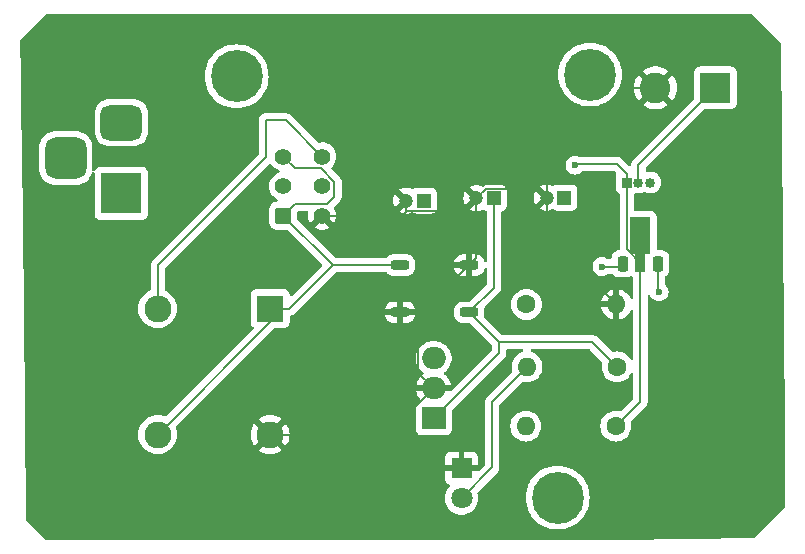
<source format=gbr>
%TF.GenerationSoftware,KiCad,Pcbnew,8.0.7*%
%TF.CreationDate,2025-03-15T06:07:21+02:00*%
%TF.ProjectId,power_supply,706f7765-725f-4737-9570-706c792e6b69,v1.0*%
%TF.SameCoordinates,Original*%
%TF.FileFunction,Copper,L1,Top*%
%TF.FilePolarity,Positive*%
%FSLAX46Y46*%
G04 Gerber Fmt 4.6, Leading zero omitted, Abs format (unit mm)*
G04 Created by KiCad (PCBNEW 8.0.7) date 2025-03-15 06:07:21*
%MOMM*%
%LPD*%
G01*
G04 APERTURE LIST*
G04 Aperture macros list*
%AMRoundRect*
0 Rectangle with rounded corners*
0 $1 Rounding radius*
0 $2 $3 $4 $5 $6 $7 $8 $9 X,Y pos of 4 corners*
0 Add a 4 corners polygon primitive as box body*
4,1,4,$2,$3,$4,$5,$6,$7,$8,$9,$2,$3,0*
0 Add four circle primitives for the rounded corners*
1,1,$1+$1,$2,$3*
1,1,$1+$1,$4,$5*
1,1,$1+$1,$6,$7*
1,1,$1+$1,$8,$9*
0 Add four rect primitives between the rounded corners*
20,1,$1+$1,$2,$3,$4,$5,0*
20,1,$1+$1,$4,$5,$6,$7,0*
20,1,$1+$1,$6,$7,$8,$9,0*
20,1,$1+$1,$8,$9,$2,$3,0*%
%AMFreePoly0*
4,1,9,3.862500,-0.866500,0.737500,-0.866500,0.737500,-0.450000,-0.737500,-0.450000,-0.737500,0.450000,0.737500,0.450000,0.737500,0.866500,3.862500,0.866500,3.862500,-0.866500,3.862500,-0.866500,$1*%
G04 Aperture macros list end*
%TA.AperFunction,SMDPad,CuDef*%
%ADD10RoundRect,0.200000X0.562500X0.200000X-0.562500X0.200000X-0.562500X-0.200000X0.562500X-0.200000X0*%
%TD*%
%TA.AperFunction,ComponentPad*%
%ADD11R,1.200000X1.200000*%
%TD*%
%TA.AperFunction,ComponentPad*%
%ADD12C,1.200000*%
%TD*%
%TA.AperFunction,ComponentPad*%
%ADD13C,1.600000*%
%TD*%
%TA.AperFunction,ComponentPad*%
%ADD14O,1.600000X1.600000*%
%TD*%
%TA.AperFunction,ComponentPad*%
%ADD15R,0.850000X0.850000*%
%TD*%
%TA.AperFunction,ComponentPad*%
%ADD16O,0.850000X0.850000*%
%TD*%
%TA.AperFunction,SMDPad,CuDef*%
%ADD17RoundRect,0.225000X0.225000X-0.425000X0.225000X0.425000X-0.225000X0.425000X-0.225000X-0.425000X0*%
%TD*%
%TA.AperFunction,SMDPad,CuDef*%
%ADD18FreePoly0,90.000000*%
%TD*%
%TA.AperFunction,ComponentPad*%
%ADD19C,4.400000*%
%TD*%
%TA.AperFunction,ComponentPad*%
%ADD20R,3.500000X3.500000*%
%TD*%
%TA.AperFunction,ComponentPad*%
%ADD21RoundRect,0.750000X-1.000000X0.750000X-1.000000X-0.750000X1.000000X-0.750000X1.000000X0.750000X0*%
%TD*%
%TA.AperFunction,ComponentPad*%
%ADD22RoundRect,0.875000X-0.875000X0.875000X-0.875000X-0.875000X0.875000X-0.875000X0.875000X0.875000X0*%
%TD*%
%TA.AperFunction,ComponentPad*%
%ADD23R,2.000000X1.905000*%
%TD*%
%TA.AperFunction,ComponentPad*%
%ADD24O,2.000000X1.905000*%
%TD*%
%TA.AperFunction,ComponentPad*%
%ADD25R,2.286000X2.286000*%
%TD*%
%TA.AperFunction,ComponentPad*%
%ADD26C,2.286000*%
%TD*%
%TA.AperFunction,ComponentPad*%
%ADD27R,1.800000X1.800000*%
%TD*%
%TA.AperFunction,ComponentPad*%
%ADD28C,1.800000*%
%TD*%
%TA.AperFunction,ComponentPad*%
%ADD29RoundRect,0.250000X0.450000X-0.450000X0.450000X0.450000X-0.450000X0.450000X-0.450000X-0.450000X0*%
%TD*%
%TA.AperFunction,ComponentPad*%
%ADD30C,1.400000*%
%TD*%
%TA.AperFunction,ComponentPad*%
%ADD31R,2.600000X2.600000*%
%TD*%
%TA.AperFunction,ComponentPad*%
%ADD32C,2.600000*%
%TD*%
%TA.AperFunction,ViaPad*%
%ADD33C,0.600000*%
%TD*%
%TA.AperFunction,Conductor*%
%ADD34C,0.200000*%
%TD*%
G04 APERTURE END LIST*
D10*
%TO.P,D1,1,+*%
%TO.N,/VCC*%
X167072300Y-88004400D03*
%TO.P,D1,2,-*%
%TO.N,GND*%
X167072300Y-84004400D03*
%TO.P,D1,3*%
%TO.N,Net-(D1-Pad3)*%
X161197300Y-84004400D03*
%TO.P,D1,4*%
%TO.N,GND*%
X161197300Y-88004400D03*
%TD*%
D11*
%TO.P,C2,1*%
%TO.N,/VCC*%
X169175400Y-78333600D03*
D12*
%TO.P,C2,2*%
%TO.N,GND*%
X167675400Y-78333600D03*
%TD*%
D13*
%TO.P,R2,1*%
%TO.N,Net-(U2-ADJ)*%
X171907200Y-87325200D03*
D14*
%TO.P,R2,2*%
%TO.N,GND*%
X179527200Y-87325200D03*
%TD*%
D15*
%TO.P,J2,1,Pin_1*%
%TO.N,/3.3V*%
X180390800Y-77012800D03*
D16*
%TO.P,J2,2,Pin_2*%
%TO.N,Net-(J1-Pin_1)*%
X181390800Y-77012800D03*
%TO.P,J2,3,Pin_3*%
%TO.N,/5V*%
X182390800Y-77012800D03*
%TD*%
D17*
%TO.P,U2,1,ADJ*%
%TO.N,Net-(U2-ADJ)*%
X180059200Y-83890400D03*
D18*
%TO.P,U2,2,VO*%
%TO.N,/3.3V*%
X181559200Y-83802900D03*
D17*
%TO.P,U2,3,VI*%
%TO.N,/VCC*%
X183059200Y-83890400D03*
%TD*%
D11*
%TO.P,C1,1*%
%TO.N,/5V*%
X175119000Y-78282800D03*
D12*
%TO.P,C1,2*%
%TO.N,GND*%
X173619000Y-78282800D03*
%TD*%
D19*
%TO.P,H3,1*%
%TO.N,N/C*%
X174548800Y-103682800D03*
%TD*%
D20*
%TO.P,J3,1*%
%TO.N,Net-(J3-Pad1)*%
X137609500Y-77932800D03*
D21*
%TO.P,J3,2*%
%TO.N,Net-(J3-Pad2)*%
X137609500Y-71932800D03*
D22*
%TO.P,J3,3*%
%TO.N,N/C*%
X132909500Y-74932800D03*
%TD*%
D23*
%TO.P,U1,1,VI*%
%TO.N,/VCC*%
X164063800Y-96977200D03*
D24*
%TO.P,U1,2,GND*%
%TO.N,GND*%
X164063800Y-94437200D03*
%TO.P,U1,3,VO*%
%TO.N,/5V*%
X164063800Y-91897200D03*
%TD*%
D25*
%TO.P,T1,1*%
%TO.N,Net-(D1-Pad3)*%
X150208650Y-87680800D03*
D26*
%TO.P,T1,3*%
%TO.N,Net-(SW1-A-Pad4)*%
X140683650Y-87680800D03*
%TO.P,T1,4*%
%TO.N,Net-(D1-Pad3)*%
X140683650Y-98348800D03*
%TO.P,T1,6*%
%TO.N,GND*%
X150208650Y-98348800D03*
%TD*%
D27*
%TO.P,D2,1,K*%
%TO.N,GND*%
X166411000Y-101193600D03*
D28*
%TO.P,D2,2,A*%
%TO.N,Net-(D2-A)*%
X166411000Y-103733600D03*
%TD*%
D13*
%TO.P,R1,1*%
%TO.N,/3.3V*%
X179476400Y-97637600D03*
D14*
%TO.P,R1,2*%
%TO.N,Net-(U2-ADJ)*%
X171856400Y-97637600D03*
%TD*%
D29*
%TO.P,SW1,1,A*%
%TO.N,Net-(D1-Pad3)*%
X151316300Y-79817600D03*
D30*
%TO.P,SW1,2,B*%
%TO.N,Net-(J3-Pad1)*%
X151316300Y-77317600D03*
%TO.P,SW1,3,C*%
%TO.N,Net-(D1-Pad3)*%
X151316300Y-74817600D03*
%TO.P,SW1,4,A*%
%TO.N,Net-(SW1-A-Pad4)*%
X154616300Y-74817600D03*
%TO.P,SW1,5,B*%
%TO.N,Net-(J3-Pad2)*%
X154616300Y-77317600D03*
%TO.P,SW1,6,C*%
%TO.N,GND*%
X154616300Y-79817600D03*
%TD*%
D13*
%TO.P,R3,1*%
%TO.N,/VCC*%
X179578000Y-92608400D03*
D14*
%TO.P,R3,2*%
%TO.N,Net-(D2-A)*%
X171958000Y-92608400D03*
%TD*%
D31*
%TO.P,J1,1,Pin_1*%
%TO.N,Net-(J1-Pin_1)*%
X187914200Y-68986200D03*
D32*
%TO.P,J1,2,Pin_2*%
%TO.N,GND*%
X182834200Y-68986200D03*
%TD*%
D19*
%TO.P,H2,1*%
%TO.N,N/C*%
X177292000Y-67868800D03*
%TD*%
D11*
%TO.P,C3,1*%
%TO.N,/3.3V*%
X163231800Y-78536800D03*
D12*
%TO.P,C3,2*%
%TO.N,GND*%
X161731800Y-78536800D03*
%TD*%
D19*
%TO.P,H1,1*%
%TO.N,N/C*%
X147370800Y-68021200D03*
%TD*%
D33*
%TO.N,/VCC*%
X183134000Y-86258400D03*
%TO.N,/3.3V*%
X176022000Y-75539600D03*
%TO.N,Net-(U2-ADJ)*%
X178308000Y-84124800D03*
%TD*%
D34*
%TO.N,GND*%
X167675400Y-78333600D02*
X167675400Y-83401300D01*
X179527200Y-87325200D02*
X173619000Y-81417000D01*
X167675400Y-83401300D02*
X167072300Y-84004400D01*
X172869800Y-77533600D02*
X168475400Y-77533600D01*
X182834200Y-68986200D02*
X180995723Y-68986200D01*
X160152200Y-98348800D02*
X164063800Y-94437200D01*
X163072300Y-88004400D02*
X167072300Y-84004400D01*
X168475400Y-77533600D02*
X167675400Y-78333600D01*
X162997000Y-101193600D02*
X160152200Y-98348800D01*
X173619000Y-81417000D02*
X173619000Y-78282800D01*
X173619000Y-76362923D02*
X173619000Y-78282800D01*
X166572200Y-79436800D02*
X161783272Y-79436800D01*
X164063800Y-94437200D02*
X162763800Y-93137200D01*
X162763800Y-88207000D02*
X162966400Y-88004400D01*
X162966400Y-88004400D02*
X163072300Y-88004400D01*
X161197300Y-88004400D02*
X162966400Y-88004400D01*
X162763800Y-93137200D02*
X162763800Y-88207000D01*
X167675400Y-78333600D02*
X166572200Y-79436800D01*
X161731800Y-79385328D02*
X161731800Y-78536800D01*
X180995723Y-68986200D02*
X173619000Y-76362923D01*
X150208650Y-98348800D02*
X160152200Y-98348800D01*
X173619000Y-78282800D02*
X172869800Y-77533600D01*
X161783272Y-79436800D02*
X161731800Y-79385328D01*
X161402472Y-79817600D02*
X161783272Y-79436800D01*
X166411000Y-101193600D02*
X162997000Y-101193600D01*
X154616300Y-79817600D02*
X161402472Y-79817600D01*
%TO.N,/VCC*%
X183134000Y-86258400D02*
X183059200Y-86183600D01*
X183059200Y-86183600D02*
X183059200Y-83890400D01*
X177495200Y-90525600D02*
X169593500Y-90525600D01*
X179578000Y-92608400D02*
X177495200Y-90525600D01*
X167072300Y-88004400D02*
X169175400Y-85901300D01*
X169175400Y-85901300D02*
X169175400Y-78333600D01*
X169593500Y-91447500D02*
X169593500Y-90525600D01*
X169593500Y-90525600D02*
X167072300Y-88004400D01*
X164063800Y-96977200D02*
X169593500Y-91447500D01*
%TO.N,/3.3V*%
X181559200Y-83802900D02*
X180390800Y-82634500D01*
X181559200Y-95554800D02*
X181559200Y-83802900D01*
X176123600Y-75438000D02*
X176022000Y-75539600D01*
X180390800Y-82634500D02*
X180390800Y-77012800D01*
X179476400Y-97637600D02*
X181559200Y-95554800D01*
X179578000Y-75438000D02*
X176123600Y-75438000D01*
X180390800Y-77012800D02*
X180390800Y-76250800D01*
X180390800Y-76250800D02*
X179578000Y-75438000D01*
%TO.N,Net-(D2-A)*%
X169011600Y-101133000D02*
X169011600Y-95554800D01*
X166411000Y-103733600D02*
X169011600Y-101133000D01*
X169011600Y-95554800D02*
X171958000Y-92608400D01*
%TO.N,Net-(J1-Pin_1)*%
X181390800Y-77012800D02*
X181390800Y-75509600D01*
X181390800Y-75509600D02*
X187914200Y-68986200D01*
%TO.N,Net-(U2-ADJ)*%
X179824800Y-84124800D02*
X180059200Y-83890400D01*
X178308000Y-84124800D02*
X179824800Y-84124800D01*
%TO.N,Net-(D1-Pad3)*%
X150208650Y-87680800D02*
X151826700Y-87680800D01*
X152316300Y-78817600D02*
X151316300Y-79817600D01*
X140683650Y-98348800D02*
X150208650Y-88823800D01*
X152316300Y-75817600D02*
X154530514Y-75817600D01*
X151826700Y-87680800D02*
X155503100Y-84004400D01*
X150208650Y-88823800D02*
X150208650Y-87680800D01*
X155651200Y-76938286D02*
X155651200Y-78196914D01*
X161197300Y-84004400D02*
X155503100Y-84004400D01*
X155651200Y-78196914D02*
X155030514Y-78817600D01*
X151316300Y-74817600D02*
X152316300Y-75817600D01*
X155503100Y-84004400D02*
X151316300Y-79817600D01*
X154530514Y-75817600D02*
X155651200Y-76938286D01*
X155030514Y-78817600D02*
X152316300Y-78817600D01*
%TO.N,Net-(SW1-A-Pad4)*%
X151528300Y-71729600D02*
X154616300Y-74817600D01*
X149860000Y-74859686D02*
X149860000Y-71729600D01*
X140683650Y-87680800D02*
X140683650Y-84036036D01*
X140683650Y-84036036D02*
X149860000Y-74859686D01*
X149860000Y-71729600D02*
X151528300Y-71729600D01*
%TD*%
%TA.AperFunction,Conductor*%
%TO.N,GND*%
G36*
X191067563Y-62800985D02*
G01*
X191088205Y-62817619D01*
X193394003Y-65123417D01*
X193427488Y-65184740D01*
X193430316Y-65209846D01*
X193758694Y-97719118D01*
X193758700Y-97720370D01*
X193758700Y-104488123D01*
X193739015Y-104555162D01*
X193722381Y-104575804D01*
X191258637Y-107039547D01*
X191197314Y-107073032D01*
X191172818Y-107075852D01*
X179825531Y-107246286D01*
X179823669Y-107246300D01*
X131223876Y-107246300D01*
X131156837Y-107226615D01*
X131136195Y-107209981D01*
X129597249Y-105671035D01*
X129563764Y-105609712D01*
X129560939Y-105584891D01*
X129339653Y-87680800D01*
X139035068Y-87680800D01*
X139055365Y-87938698D01*
X139115752Y-88190230D01*
X139115756Y-88190242D01*
X139214752Y-88429241D01*
X139349917Y-88649809D01*
X139349920Y-88649814D01*
X139426076Y-88738981D01*
X139517926Y-88846524D01*
X139617167Y-88931283D01*
X139714635Y-89014529D01*
X139714640Y-89014532D01*
X139935208Y-89149697D01*
X140011611Y-89181344D01*
X140174210Y-89248695D01*
X140425755Y-89309085D01*
X140683650Y-89329382D01*
X140941545Y-89309085D01*
X141193090Y-89248695D01*
X141432091Y-89149697D01*
X141652662Y-89014531D01*
X141849374Y-88846524D01*
X142017381Y-88649812D01*
X142152547Y-88429241D01*
X142251545Y-88190240D01*
X142311935Y-87938695D01*
X142332232Y-87680800D01*
X142311935Y-87422905D01*
X142251545Y-87171360D01*
X142174016Y-86984189D01*
X142152547Y-86932358D01*
X142017382Y-86711790D01*
X142017379Y-86711785D01*
X141928672Y-86607923D01*
X141849374Y-86515076D01*
X141741831Y-86423226D01*
X141652664Y-86347070D01*
X141652659Y-86347067D01*
X141432094Y-86211904D01*
X141432091Y-86211903D01*
X141360696Y-86182329D01*
X141306293Y-86138488D01*
X141284229Y-86072193D01*
X141284150Y-86067769D01*
X141284150Y-84336133D01*
X141303835Y-84269094D01*
X141320469Y-84248452D01*
X145700462Y-79868459D01*
X150115356Y-75453564D01*
X150176677Y-75420081D01*
X150246369Y-75425065D01*
X150301989Y-75466520D01*
X150425320Y-75629838D01*
X150589737Y-75779723D01*
X150589739Y-75779725D01*
X150778895Y-75896845D01*
X150778896Y-75896845D01*
X150778899Y-75896847D01*
X150921198Y-75951974D01*
X150976598Y-75994546D01*
X151000189Y-76060313D01*
X150984478Y-76128393D01*
X150934454Y-76177172D01*
X150921206Y-76183222D01*
X150814993Y-76224369D01*
X150778901Y-76238352D01*
X150778895Y-76238354D01*
X150589739Y-76355474D01*
X150589737Y-76355476D01*
X150425320Y-76505361D01*
X150291243Y-76682908D01*
X150291238Y-76682916D01*
X150192075Y-76882061D01*
X150192069Y-76882076D01*
X150131185Y-77096062D01*
X150131184Y-77096064D01*
X150110657Y-77317599D01*
X150110657Y-77317600D01*
X150131184Y-77539135D01*
X150131185Y-77539137D01*
X150192069Y-77753123D01*
X150192075Y-77753138D01*
X150291238Y-77952283D01*
X150291243Y-77952291D01*
X150425320Y-78129838D01*
X150589737Y-78279723D01*
X150589739Y-78279725D01*
X150617220Y-78296740D01*
X150778899Y-78396847D01*
X150778901Y-78396847D01*
X150779827Y-78397421D01*
X150826463Y-78449448D01*
X150837567Y-78518430D01*
X150809614Y-78582464D01*
X150751479Y-78621221D01*
X150727156Y-78626206D01*
X150713501Y-78627601D01*
X150713500Y-78627601D01*
X150546968Y-78682785D01*
X150546963Y-78682787D01*
X150397642Y-78774889D01*
X150273589Y-78898942D01*
X150181487Y-79048263D01*
X150181486Y-79048266D01*
X150126301Y-79214803D01*
X150126301Y-79214804D01*
X150126300Y-79214804D01*
X150115800Y-79317583D01*
X150115800Y-80317601D01*
X150115801Y-80317619D01*
X150126300Y-80420396D01*
X150126301Y-80420399D01*
X150181485Y-80586931D01*
X150181486Y-80586934D01*
X150273588Y-80736256D01*
X150397644Y-80860312D01*
X150546966Y-80952414D01*
X150713503Y-81007599D01*
X150816291Y-81018100D01*
X151616202Y-81018099D01*
X151683241Y-81037783D01*
X151703883Y-81054418D01*
X154566183Y-83916718D01*
X154599668Y-83978041D01*
X154594684Y-84047733D01*
X154566183Y-84092080D01*
X152063830Y-86594433D01*
X152002507Y-86627918D01*
X151932815Y-86622934D01*
X151876882Y-86581062D01*
X151852465Y-86515598D01*
X151852149Y-86506752D01*
X151852149Y-86489929D01*
X151852148Y-86489923D01*
X151852147Y-86489916D01*
X151845741Y-86430317D01*
X151806662Y-86325542D01*
X151795447Y-86295471D01*
X151795443Y-86295464D01*
X151709197Y-86180255D01*
X151709194Y-86180252D01*
X151593985Y-86094006D01*
X151593978Y-86094002D01*
X151459132Y-86043708D01*
X151459133Y-86043708D01*
X151399533Y-86037301D01*
X151399531Y-86037300D01*
X151399523Y-86037300D01*
X151399514Y-86037300D01*
X149017779Y-86037300D01*
X149017773Y-86037301D01*
X148958166Y-86043708D01*
X148823321Y-86094002D01*
X148823314Y-86094006D01*
X148708105Y-86180252D01*
X148708102Y-86180255D01*
X148621856Y-86295464D01*
X148621852Y-86295471D01*
X148571558Y-86430317D01*
X148565531Y-86486379D01*
X148565151Y-86489923D01*
X148565150Y-86489935D01*
X148565150Y-88871670D01*
X148565151Y-88871676D01*
X148571558Y-88931283D01*
X148621852Y-89066128D01*
X148621856Y-89066135D01*
X148708102Y-89181344D01*
X148708103Y-89181344D01*
X148708104Y-89181346D01*
X148757267Y-89218149D01*
X148761545Y-89221352D01*
X148803415Y-89277286D01*
X148808399Y-89346977D01*
X148774914Y-89408299D01*
X141399616Y-96783597D01*
X141338293Y-96817082D01*
X141268601Y-96812098D01*
X141264498Y-96810483D01*
X141193090Y-96780905D01*
X141193086Y-96780904D01*
X141193080Y-96780902D01*
X140941548Y-96720515D01*
X140683650Y-96700218D01*
X140425751Y-96720515D01*
X140174219Y-96780902D01*
X140174207Y-96780906D01*
X139935208Y-96879902D01*
X139714640Y-97015067D01*
X139714635Y-97015070D01*
X139517926Y-97183076D01*
X139349920Y-97379785D01*
X139349917Y-97379790D01*
X139214752Y-97600358D01*
X139115756Y-97839357D01*
X139115752Y-97839369D01*
X139055365Y-98090901D01*
X139035068Y-98348800D01*
X139055365Y-98606698D01*
X139115752Y-98858230D01*
X139115756Y-98858242D01*
X139214752Y-99097241D01*
X139349917Y-99317809D01*
X139349920Y-99317814D01*
X139426076Y-99406981D01*
X139517926Y-99514524D01*
X139643841Y-99622065D01*
X139714635Y-99682529D01*
X139714640Y-99682532D01*
X139935208Y-99817697D01*
X140013786Y-99850245D01*
X140174210Y-99916695D01*
X140425755Y-99977085D01*
X140683650Y-99997382D01*
X140941545Y-99977085D01*
X141193090Y-99916695D01*
X141432091Y-99817697D01*
X141652662Y-99682531D01*
X141849374Y-99514524D01*
X142017381Y-99317812D01*
X142152547Y-99097241D01*
X142251545Y-98858240D01*
X142311935Y-98606695D01*
X142332232Y-98348800D01*
X148560570Y-98348800D01*
X148580861Y-98606620D01*
X148641232Y-98858085D01*
X148740199Y-99097013D01*
X148875323Y-99317514D01*
X148875326Y-99317519D01*
X148880417Y-99323479D01*
X149521886Y-98682009D01*
X149533374Y-98709742D01*
X149616766Y-98834547D01*
X149722903Y-98940684D01*
X149847708Y-99024076D01*
X149875439Y-99035562D01*
X149233969Y-99677032D01*
X149239933Y-99682125D01*
X149460436Y-99817250D01*
X149699364Y-99916217D01*
X149950829Y-99976588D01*
X150208650Y-99996879D01*
X150466470Y-99976588D01*
X150717935Y-99916217D01*
X150956863Y-99817250D01*
X151177363Y-99682126D01*
X151177373Y-99682119D01*
X151183328Y-99677032D01*
X151183328Y-99677031D01*
X150541859Y-99035562D01*
X150569592Y-99024076D01*
X150694397Y-98940684D01*
X150800534Y-98834547D01*
X150883926Y-98709742D01*
X150895412Y-98682009D01*
X151536881Y-99323478D01*
X151536882Y-99323478D01*
X151541969Y-99317523D01*
X151541976Y-99317513D01*
X151677100Y-99097013D01*
X151776067Y-98858085D01*
X151836438Y-98606620D01*
X151856729Y-98348800D01*
X151836438Y-98090979D01*
X151776067Y-97839514D01*
X151677100Y-97600586D01*
X151541975Y-97380083D01*
X151536882Y-97374119D01*
X150895412Y-98015589D01*
X150883926Y-97987858D01*
X150800534Y-97863053D01*
X150694397Y-97756916D01*
X150569592Y-97673524D01*
X150541859Y-97662036D01*
X151183329Y-97020567D01*
X151183329Y-97020566D01*
X151177369Y-97015476D01*
X151177364Y-97015473D01*
X150956863Y-96880349D01*
X150717935Y-96781382D01*
X150466470Y-96721011D01*
X150208650Y-96700720D01*
X149950829Y-96721011D01*
X149699364Y-96781382D01*
X149460436Y-96880349D01*
X149239939Y-97015470D01*
X149239923Y-97015482D01*
X149233970Y-97020566D01*
X149875440Y-97662036D01*
X149847708Y-97673524D01*
X149722903Y-97756916D01*
X149616766Y-97863053D01*
X149533374Y-97987858D01*
X149521886Y-98015590D01*
X148880416Y-97374120D01*
X148875332Y-97380073D01*
X148875320Y-97380089D01*
X148740199Y-97600586D01*
X148641232Y-97839514D01*
X148580861Y-98090979D01*
X148560570Y-98348800D01*
X142332232Y-98348800D01*
X142311935Y-98090905D01*
X142251545Y-97839360D01*
X142221972Y-97767965D01*
X142214503Y-97698495D01*
X142245778Y-97636016D01*
X142248824Y-97632859D01*
X148098838Y-91782846D01*
X162563300Y-91782846D01*
X162563300Y-92011553D01*
X162599078Y-92237446D01*
X162599078Y-92237449D01*
X162669750Y-92454955D01*
X162747935Y-92608401D01*
X162773583Y-92658738D01*
X162908014Y-92843766D01*
X163069734Y-93005486D01*
X163154664Y-93067191D01*
X163197329Y-93122521D01*
X163203308Y-93192135D01*
X163170702Y-93253930D01*
X163154664Y-93267827D01*
X163070057Y-93329297D01*
X162908397Y-93490957D01*
X162774011Y-93675923D01*
X162670217Y-93879629D01*
X162599565Y-94097071D01*
X162585291Y-94187200D01*
X163573052Y-94187200D01*
X163551282Y-94224908D01*
X163513800Y-94364791D01*
X163513800Y-94509609D01*
X163551282Y-94649492D01*
X163573052Y-94687200D01*
X162585291Y-94687200D01*
X162599565Y-94777328D01*
X162670217Y-94994770D01*
X162774013Y-95198479D01*
X162906811Y-95381260D01*
X162930291Y-95447066D01*
X162914466Y-95515120D01*
X162864360Y-95563815D01*
X162849826Y-95570327D01*
X162821471Y-95580902D01*
X162821464Y-95580906D01*
X162706255Y-95667152D01*
X162706252Y-95667155D01*
X162620006Y-95782364D01*
X162620002Y-95782371D01*
X162569708Y-95917217D01*
X162563301Y-95976816D01*
X162563300Y-95976835D01*
X162563300Y-97977570D01*
X162563301Y-97977576D01*
X162569708Y-98037183D01*
X162620002Y-98172028D01*
X162620006Y-98172035D01*
X162706252Y-98287244D01*
X162706255Y-98287247D01*
X162821464Y-98373493D01*
X162821471Y-98373497D01*
X162956317Y-98423791D01*
X162956316Y-98423791D01*
X162963244Y-98424535D01*
X163015927Y-98430200D01*
X165111672Y-98430199D01*
X165171283Y-98423791D01*
X165306131Y-98373496D01*
X165421346Y-98287246D01*
X165507596Y-98172031D01*
X165557891Y-98037183D01*
X165564300Y-97977573D01*
X165564299Y-96377296D01*
X165583984Y-96310258D01*
X165600613Y-96289621D01*
X170074020Y-91816216D01*
X170153077Y-91679284D01*
X170194001Y-91526557D01*
X170194001Y-91368442D01*
X170194001Y-91360847D01*
X170194000Y-91360829D01*
X170194000Y-91250100D01*
X170213685Y-91183061D01*
X170266489Y-91137306D01*
X170318000Y-91126100D01*
X171523396Y-91126100D01*
X171590435Y-91145785D01*
X171636190Y-91198589D01*
X171646134Y-91267747D01*
X171617109Y-91331303D01*
X171558331Y-91369077D01*
X171555489Y-91369875D01*
X171511511Y-91381658D01*
X171511502Y-91381661D01*
X171305267Y-91477831D01*
X171305265Y-91477832D01*
X171118858Y-91608354D01*
X170957954Y-91769258D01*
X170827432Y-91955665D01*
X170827431Y-91955667D01*
X170731261Y-92161902D01*
X170731258Y-92161911D01*
X170672366Y-92381702D01*
X170672364Y-92381713D01*
X170652532Y-92608398D01*
X170652532Y-92608401D01*
X170672364Y-92835086D01*
X170672366Y-92835097D01*
X170698152Y-92931331D01*
X170696489Y-93001181D01*
X170666058Y-93051105D01*
X168642886Y-95074278D01*
X168531081Y-95186082D01*
X168531079Y-95186085D01*
X168480961Y-95272894D01*
X168480959Y-95272896D01*
X168452025Y-95323009D01*
X168452024Y-95323010D01*
X168452023Y-95323015D01*
X168411099Y-95475743D01*
X168411099Y-95475745D01*
X168411099Y-95643846D01*
X168411100Y-95643859D01*
X168411100Y-100832901D01*
X168391415Y-100899940D01*
X168374781Y-100920582D01*
X167888082Y-101407281D01*
X167826759Y-101440766D01*
X167800401Y-101443600D01*
X166786278Y-101443600D01*
X166830333Y-101367294D01*
X166861000Y-101252844D01*
X166861000Y-101134356D01*
X166830333Y-101019906D01*
X166786278Y-100943600D01*
X167811000Y-100943600D01*
X167811000Y-100245772D01*
X167810999Y-100245755D01*
X167804598Y-100186227D01*
X167804596Y-100186220D01*
X167754354Y-100051513D01*
X167754350Y-100051506D01*
X167668190Y-99936412D01*
X167668187Y-99936409D01*
X167553093Y-99850249D01*
X167553086Y-99850245D01*
X167418379Y-99800003D01*
X167418372Y-99800001D01*
X167358844Y-99793600D01*
X166661000Y-99793600D01*
X166661000Y-100818322D01*
X166584694Y-100774267D01*
X166470244Y-100743600D01*
X166351756Y-100743600D01*
X166237306Y-100774267D01*
X166161000Y-100818322D01*
X166161000Y-99793600D01*
X165463155Y-99793600D01*
X165403627Y-99800001D01*
X165403620Y-99800003D01*
X165268913Y-99850245D01*
X165268906Y-99850249D01*
X165153812Y-99936409D01*
X165153809Y-99936412D01*
X165067649Y-100051506D01*
X165067645Y-100051513D01*
X165017403Y-100186220D01*
X165017401Y-100186227D01*
X165011000Y-100245755D01*
X165011000Y-100943600D01*
X166035722Y-100943600D01*
X165991667Y-101019906D01*
X165961000Y-101134356D01*
X165961000Y-101252844D01*
X165991667Y-101367294D01*
X166035722Y-101443600D01*
X165011000Y-101443600D01*
X165011000Y-102141444D01*
X165017401Y-102200972D01*
X165017403Y-102200979D01*
X165067645Y-102335686D01*
X165067649Y-102335693D01*
X165153809Y-102450787D01*
X165153812Y-102450790D01*
X165268906Y-102536950D01*
X165268913Y-102536954D01*
X165349270Y-102566925D01*
X165405204Y-102608796D01*
X165429621Y-102674260D01*
X165414770Y-102742533D01*
X165397168Y-102767089D01*
X165302021Y-102870447D01*
X165302019Y-102870448D01*
X165302016Y-102870453D01*
X165175075Y-103064751D01*
X165081842Y-103277299D01*
X165024866Y-103502291D01*
X165024864Y-103502302D01*
X165005700Y-103733593D01*
X165005700Y-103733606D01*
X165024864Y-103964897D01*
X165024866Y-103964908D01*
X165081842Y-104189900D01*
X165175075Y-104402448D01*
X165302016Y-104596747D01*
X165302019Y-104596751D01*
X165302021Y-104596753D01*
X165459216Y-104767513D01*
X165459219Y-104767515D01*
X165459222Y-104767518D01*
X165642365Y-104910064D01*
X165642371Y-104910068D01*
X165642374Y-104910070D01*
X165846497Y-105020536D01*
X165960487Y-105059668D01*
X166066015Y-105095897D01*
X166066017Y-105095897D01*
X166066019Y-105095898D01*
X166294951Y-105134100D01*
X166294952Y-105134100D01*
X166527048Y-105134100D01*
X166527049Y-105134100D01*
X166755981Y-105095898D01*
X166975503Y-105020536D01*
X167179626Y-104910070D01*
X167362784Y-104767513D01*
X167519979Y-104596753D01*
X167646924Y-104402449D01*
X167740157Y-104189900D01*
X167797134Y-103964905D01*
X167816300Y-103733600D01*
X167816300Y-103733593D01*
X167812091Y-103682800D01*
X171843364Y-103682800D01*
X171863089Y-104008899D01*
X171921978Y-104330252D01*
X172019166Y-104642142D01*
X172019170Y-104642154D01*
X172019173Y-104642161D01*
X172153255Y-104940079D01*
X172270545Y-105134100D01*
X172322273Y-105219668D01*
X172523754Y-105476839D01*
X172754760Y-105707845D01*
X173011931Y-105909326D01*
X173011934Y-105909328D01*
X173011937Y-105909330D01*
X173291521Y-106078345D01*
X173589439Y-106212427D01*
X173589452Y-106212431D01*
X173589457Y-106212433D01*
X173901347Y-106309621D01*
X174222696Y-106368510D01*
X174548800Y-106388236D01*
X174874904Y-106368510D01*
X175196253Y-106309621D01*
X175508161Y-106212427D01*
X175806079Y-106078345D01*
X176085663Y-105909330D01*
X176342836Y-105707848D01*
X176573848Y-105476836D01*
X176775330Y-105219663D01*
X176944345Y-104940079D01*
X177078427Y-104642161D01*
X177175621Y-104330253D01*
X177234510Y-104008904D01*
X177254236Y-103682800D01*
X177234510Y-103356696D01*
X177175621Y-103035347D01*
X177124238Y-102870453D01*
X177078433Y-102723457D01*
X177078431Y-102723452D01*
X177078427Y-102723439D01*
X176944345Y-102425521D01*
X176775330Y-102145937D01*
X176775328Y-102145934D01*
X176775326Y-102145931D01*
X176573845Y-101888760D01*
X176342839Y-101657754D01*
X176085668Y-101456273D01*
X176060016Y-101440766D01*
X175806079Y-101287255D01*
X175508161Y-101153173D01*
X175508154Y-101153170D01*
X175508142Y-101153166D01*
X175196252Y-101055978D01*
X174874899Y-100997089D01*
X174548800Y-100977364D01*
X174222700Y-100997089D01*
X173901347Y-101055978D01*
X173589457Y-101153166D01*
X173589441Y-101153172D01*
X173589439Y-101153173D01*
X173458611Y-101212054D01*
X173291525Y-101287253D01*
X173291523Y-101287254D01*
X173011931Y-101456273D01*
X172754760Y-101657754D01*
X172523754Y-101888760D01*
X172322273Y-102145931D01*
X172209126Y-102333100D01*
X172160065Y-102414257D01*
X172153254Y-102425523D01*
X172153253Y-102425525D01*
X172019172Y-102723442D01*
X172019166Y-102723457D01*
X171921978Y-103035347D01*
X171863089Y-103356700D01*
X171843364Y-103682800D01*
X167812091Y-103682800D01*
X167797135Y-103502302D01*
X167797131Y-103502282D01*
X167752680Y-103326751D01*
X167755304Y-103256931D01*
X167785202Y-103208631D01*
X169492120Y-101501716D01*
X169571177Y-101364785D01*
X169612101Y-101212057D01*
X169612101Y-101053942D01*
X169612101Y-101046347D01*
X169612100Y-101046329D01*
X169612100Y-97637598D01*
X170550932Y-97637598D01*
X170550932Y-97637601D01*
X170570764Y-97864286D01*
X170570766Y-97864297D01*
X170629658Y-98084088D01*
X170629661Y-98084097D01*
X170725831Y-98290332D01*
X170725832Y-98290334D01*
X170856354Y-98476741D01*
X171017258Y-98637645D01*
X171017261Y-98637647D01*
X171203666Y-98768168D01*
X171409904Y-98864339D01*
X171629708Y-98923235D01*
X171791630Y-98937401D01*
X171856398Y-98943068D01*
X171856400Y-98943068D01*
X171856402Y-98943068D01*
X171913073Y-98938109D01*
X172083092Y-98923235D01*
X172302896Y-98864339D01*
X172509134Y-98768168D01*
X172695539Y-98637647D01*
X172856447Y-98476739D01*
X172986968Y-98290334D01*
X173083139Y-98084096D01*
X173142035Y-97864292D01*
X173161868Y-97637600D01*
X173161729Y-97636016D01*
X173142035Y-97410913D01*
X173142035Y-97410908D01*
X173083139Y-97191104D01*
X172986968Y-96984866D01*
X172887062Y-96842184D01*
X172856445Y-96798458D01*
X172695541Y-96637554D01*
X172509134Y-96507032D01*
X172509132Y-96507031D01*
X172302897Y-96410861D01*
X172302888Y-96410858D01*
X172083097Y-96351966D01*
X172083093Y-96351965D01*
X172083092Y-96351965D01*
X172083091Y-96351964D01*
X172083086Y-96351964D01*
X171856402Y-96332132D01*
X171856398Y-96332132D01*
X171629713Y-96351964D01*
X171629702Y-96351966D01*
X171409911Y-96410858D01*
X171409902Y-96410861D01*
X171203667Y-96507031D01*
X171203665Y-96507032D01*
X171017258Y-96637554D01*
X170856354Y-96798458D01*
X170725832Y-96984865D01*
X170725831Y-96984867D01*
X170629661Y-97191102D01*
X170629658Y-97191111D01*
X170570766Y-97410902D01*
X170570764Y-97410913D01*
X170550932Y-97637598D01*
X169612100Y-97637598D01*
X169612100Y-95854896D01*
X169631785Y-95787857D01*
X169648414Y-95767220D01*
X171515294Y-93900339D01*
X171576615Y-93866856D01*
X171635066Y-93868247D01*
X171654604Y-93873482D01*
X171731308Y-93894035D01*
X171893230Y-93908201D01*
X171957998Y-93913868D01*
X171958000Y-93913868D01*
X171958002Y-93913868D01*
X172014673Y-93908909D01*
X172184692Y-93894035D01*
X172404496Y-93835139D01*
X172610734Y-93738968D01*
X172797139Y-93608447D01*
X172958047Y-93447539D01*
X173088568Y-93261134D01*
X173184739Y-93054896D01*
X173243635Y-92835092D01*
X173263468Y-92608400D01*
X173243635Y-92381708D01*
X173184739Y-92161904D01*
X173088568Y-91955666D01*
X172958047Y-91769261D01*
X172958045Y-91769258D01*
X172797141Y-91608354D01*
X172610734Y-91477832D01*
X172610732Y-91477831D01*
X172404497Y-91381661D01*
X172404488Y-91381658D01*
X172360511Y-91369875D01*
X172300850Y-91333510D01*
X172270321Y-91270663D01*
X172278616Y-91201288D01*
X172323101Y-91147410D01*
X172389653Y-91126135D01*
X172392604Y-91126100D01*
X177195103Y-91126100D01*
X177262142Y-91145785D01*
X177282784Y-91162419D01*
X178286058Y-92165693D01*
X178319543Y-92227016D01*
X178318152Y-92285467D01*
X178292366Y-92381702D01*
X178292364Y-92381713D01*
X178272532Y-92608398D01*
X178272532Y-92608401D01*
X178292364Y-92835086D01*
X178292366Y-92835097D01*
X178351258Y-93054888D01*
X178351261Y-93054897D01*
X178447431Y-93261132D01*
X178447432Y-93261134D01*
X178577954Y-93447541D01*
X178738858Y-93608445D01*
X178738861Y-93608447D01*
X178925266Y-93738968D01*
X179131504Y-93835139D01*
X179351308Y-93894035D01*
X179513230Y-93908201D01*
X179577998Y-93913868D01*
X179578000Y-93913868D01*
X179578002Y-93913868D01*
X179634673Y-93908909D01*
X179804692Y-93894035D01*
X180024496Y-93835139D01*
X180230734Y-93738968D01*
X180417139Y-93608447D01*
X180578047Y-93447539D01*
X180708568Y-93261134D01*
X180722318Y-93231646D01*
X180768490Y-93179207D01*
X180835683Y-93160055D01*
X180902564Y-93180270D01*
X180947899Y-93233435D01*
X180958700Y-93284051D01*
X180958700Y-95254702D01*
X180939015Y-95321741D01*
X180922381Y-95342383D01*
X179919105Y-96345658D01*
X179857782Y-96379143D01*
X179799331Y-96377752D01*
X179703097Y-96351966D01*
X179703093Y-96351965D01*
X179703092Y-96351965D01*
X179703091Y-96351964D01*
X179703086Y-96351964D01*
X179476402Y-96332132D01*
X179476398Y-96332132D01*
X179249713Y-96351964D01*
X179249702Y-96351966D01*
X179029911Y-96410858D01*
X179029902Y-96410861D01*
X178823667Y-96507031D01*
X178823665Y-96507032D01*
X178637258Y-96637554D01*
X178476354Y-96798458D01*
X178345832Y-96984865D01*
X178345831Y-96984867D01*
X178249661Y-97191102D01*
X178249658Y-97191111D01*
X178190766Y-97410902D01*
X178190764Y-97410913D01*
X178170932Y-97637598D01*
X178170932Y-97637601D01*
X178190764Y-97864286D01*
X178190766Y-97864297D01*
X178249658Y-98084088D01*
X178249661Y-98084097D01*
X178345831Y-98290332D01*
X178345832Y-98290334D01*
X178476354Y-98476741D01*
X178637258Y-98637645D01*
X178637261Y-98637647D01*
X178823666Y-98768168D01*
X179029904Y-98864339D01*
X179249708Y-98923235D01*
X179411630Y-98937401D01*
X179476398Y-98943068D01*
X179476400Y-98943068D01*
X179476402Y-98943068D01*
X179533073Y-98938109D01*
X179703092Y-98923235D01*
X179922896Y-98864339D01*
X180129134Y-98768168D01*
X180315539Y-98637647D01*
X180476447Y-98476739D01*
X180606968Y-98290334D01*
X180703139Y-98084096D01*
X180762035Y-97864292D01*
X180781868Y-97637600D01*
X180781729Y-97636016D01*
X180762035Y-97410913D01*
X180762035Y-97410908D01*
X180736247Y-97314666D01*
X180737910Y-97244817D01*
X180768339Y-97194894D01*
X181927913Y-96035321D01*
X181927916Y-96035320D01*
X182039720Y-95923516D01*
X182089839Y-95836704D01*
X182118777Y-95786585D01*
X182159701Y-95633857D01*
X182159701Y-95475743D01*
X182159701Y-95468148D01*
X182159700Y-95468130D01*
X182159700Y-86627531D01*
X182179385Y-86560492D01*
X182232189Y-86514737D01*
X182301347Y-86504793D01*
X182364903Y-86533818D01*
X182400742Y-86586577D01*
X182408210Y-86607921D01*
X182473474Y-86711788D01*
X182504184Y-86760662D01*
X182631738Y-86888216D01*
X182784478Y-86984189D01*
X182954745Y-87043768D01*
X182954750Y-87043769D01*
X183133996Y-87063965D01*
X183134000Y-87063965D01*
X183134004Y-87063965D01*
X183313249Y-87043769D01*
X183313252Y-87043768D01*
X183313255Y-87043768D01*
X183483522Y-86984189D01*
X183636262Y-86888216D01*
X183763816Y-86760662D01*
X183859789Y-86607922D01*
X183919368Y-86437655D01*
X183920195Y-86430316D01*
X183939565Y-86258403D01*
X183939565Y-86258396D01*
X183919369Y-86079150D01*
X183919368Y-86079145D01*
X183887125Y-85987000D01*
X183859789Y-85908878D01*
X183763816Y-85756138D01*
X183696019Y-85688341D01*
X183662534Y-85627018D01*
X183659700Y-85600660D01*
X183659700Y-85005404D01*
X183679385Y-84938365D01*
X183718603Y-84899865D01*
X183737244Y-84888368D01*
X183857168Y-84768444D01*
X183946203Y-84624097D01*
X183999549Y-84463108D01*
X184009700Y-84363745D01*
X184009699Y-83417056D01*
X184004843Y-83369522D01*
X183999549Y-83317692D01*
X183999548Y-83317689D01*
X183976764Y-83248931D01*
X183946203Y-83156703D01*
X183946199Y-83156697D01*
X183946198Y-83156694D01*
X183857170Y-83012359D01*
X183857167Y-83012355D01*
X183737244Y-82892432D01*
X183737240Y-82892429D01*
X183592905Y-82803401D01*
X183592899Y-82803398D01*
X183592897Y-82803397D01*
X183592894Y-82803396D01*
X183431909Y-82750051D01*
X183332552Y-82739900D01*
X183332545Y-82739900D01*
X183055200Y-82739900D01*
X182988161Y-82720215D01*
X182942406Y-82667411D01*
X182931200Y-82615900D01*
X182931200Y-79940400D01*
X182926055Y-79868460D01*
X182885519Y-79730408D01*
X182862775Y-79695018D01*
X182807732Y-79609369D01*
X182807728Y-79609365D01*
X182698999Y-79515150D01*
X182698997Y-79515148D01*
X182698994Y-79515146D01*
X182698990Y-79515144D01*
X182568119Y-79455376D01*
X182568114Y-79455375D01*
X182425700Y-79434900D01*
X181115300Y-79434900D01*
X181048261Y-79415215D01*
X181002506Y-79362411D01*
X180991300Y-79310900D01*
X180991300Y-78027186D01*
X181010985Y-77960147D01*
X181063789Y-77914392D01*
X181132947Y-77904448D01*
X181141055Y-77905891D01*
X181293526Y-77938300D01*
X181293527Y-77938300D01*
X181488074Y-77938300D01*
X181640522Y-77905896D01*
X181678371Y-77897851D01*
X181840369Y-77825725D01*
X181909615Y-77816442D01*
X181941225Y-77825722D01*
X182103229Y-77897851D01*
X182103232Y-77897851D01*
X182103233Y-77897852D01*
X182293526Y-77938300D01*
X182488074Y-77938300D01*
X182678371Y-77897851D01*
X182856099Y-77818722D01*
X183013492Y-77704369D01*
X183022405Y-77694471D01*
X183076016Y-77634929D01*
X183143670Y-77559792D01*
X183240944Y-77391308D01*
X183301062Y-77206282D01*
X183321398Y-77012800D01*
X183301062Y-76819318D01*
X183240944Y-76634292D01*
X183240943Y-76634291D01*
X183240943Y-76634289D01*
X183240942Y-76634288D01*
X183203577Y-76569570D01*
X183143670Y-76465808D01*
X183087107Y-76402989D01*
X183013497Y-76321235D01*
X183013494Y-76321233D01*
X183013493Y-76321232D01*
X183013492Y-76321231D01*
X182899419Y-76238352D01*
X182856097Y-76206876D01*
X182719648Y-76146126D01*
X182678371Y-76127749D01*
X182678369Y-76127748D01*
X182488074Y-76087300D01*
X182293526Y-76087300D01*
X182141081Y-76119703D01*
X182071414Y-76114387D01*
X182015680Y-76072250D01*
X181991575Y-76006670D01*
X181991300Y-75998413D01*
X181991300Y-75809696D01*
X182010985Y-75742657D01*
X182027614Y-75722020D01*
X186926616Y-70823017D01*
X186987939Y-70789533D01*
X187014297Y-70786699D01*
X189262071Y-70786699D01*
X189262072Y-70786699D01*
X189321683Y-70780291D01*
X189456531Y-70729996D01*
X189571746Y-70643746D01*
X189657996Y-70528531D01*
X189708291Y-70393683D01*
X189714700Y-70334073D01*
X189714699Y-67638328D01*
X189708291Y-67578717D01*
X189657996Y-67443869D01*
X189657995Y-67443868D01*
X189657993Y-67443864D01*
X189571747Y-67328655D01*
X189571744Y-67328652D01*
X189456535Y-67242406D01*
X189456528Y-67242402D01*
X189321682Y-67192108D01*
X189321683Y-67192108D01*
X189262083Y-67185701D01*
X189262081Y-67185700D01*
X189262073Y-67185700D01*
X189262064Y-67185700D01*
X186566329Y-67185700D01*
X186566323Y-67185701D01*
X186506716Y-67192108D01*
X186371871Y-67242402D01*
X186371864Y-67242406D01*
X186256655Y-67328652D01*
X186256652Y-67328655D01*
X186170406Y-67443864D01*
X186170402Y-67443871D01*
X186120108Y-67578717D01*
X186113701Y-67638316D01*
X186113701Y-67638323D01*
X186113700Y-67638335D01*
X186113700Y-69886101D01*
X186094015Y-69953140D01*
X186077381Y-69973782D01*
X181022086Y-75029078D01*
X180910281Y-75140882D01*
X180910279Y-75140884D01*
X180887859Y-75179718D01*
X180872561Y-75206216D01*
X180831223Y-75277815D01*
X180790299Y-75430543D01*
X180790299Y-75430545D01*
X180790299Y-75501701D01*
X180770614Y-75568740D01*
X180717810Y-75614495D01*
X180648652Y-75624439D01*
X180585096Y-75595414D01*
X180578618Y-75589382D01*
X180065590Y-75076355D01*
X180065588Y-75076352D01*
X179946717Y-74957481D01*
X179946712Y-74957477D01*
X179841367Y-74896657D01*
X179841365Y-74896656D01*
X179809787Y-74878424D01*
X179809786Y-74878423D01*
X179809785Y-74878423D01*
X179657057Y-74837499D01*
X179498943Y-74837499D01*
X179491347Y-74837499D01*
X179491331Y-74837500D01*
X176444947Y-74837500D01*
X176378977Y-74818495D01*
X176371519Y-74813809D01*
X176201262Y-74754233D01*
X176201249Y-74754230D01*
X176022004Y-74734035D01*
X176021996Y-74734035D01*
X175842750Y-74754230D01*
X175842745Y-74754231D01*
X175672476Y-74813811D01*
X175519737Y-74909784D01*
X175392184Y-75037337D01*
X175296211Y-75190076D01*
X175236631Y-75360345D01*
X175236630Y-75360350D01*
X175216435Y-75539596D01*
X175216435Y-75539603D01*
X175236630Y-75718849D01*
X175236631Y-75718854D01*
X175296211Y-75889123D01*
X175391852Y-76041334D01*
X175392184Y-76041862D01*
X175519738Y-76169416D01*
X175672478Y-76265389D01*
X175830608Y-76320721D01*
X175842745Y-76324968D01*
X175842750Y-76324969D01*
X176021996Y-76345165D01*
X176022000Y-76345165D01*
X176022004Y-76345165D01*
X176201249Y-76324969D01*
X176201252Y-76324968D01*
X176201255Y-76324968D01*
X176371522Y-76265389D01*
X176524262Y-76169416D01*
X176618860Y-76074818D01*
X176680184Y-76041334D01*
X176706541Y-76038500D01*
X179277903Y-76038500D01*
X179344942Y-76058185D01*
X179365584Y-76074819D01*
X179496710Y-76205945D01*
X179530195Y-76267268D01*
X179525211Y-76336960D01*
X179525021Y-76337377D01*
X179471708Y-76480317D01*
X179465301Y-76539916D01*
X179465300Y-76539935D01*
X179465300Y-77485670D01*
X179465301Y-77485676D01*
X179471708Y-77545283D01*
X179522002Y-77680128D01*
X179522006Y-77680135D01*
X179608252Y-77795344D01*
X179608255Y-77795347D01*
X179723463Y-77881592D01*
X179723465Y-77881593D01*
X179723469Y-77881596D01*
X179723473Y-77881597D01*
X179725724Y-77882827D01*
X179727546Y-77884649D01*
X179730569Y-77886912D01*
X179730243Y-77887346D01*
X179775131Y-77932231D01*
X179790300Y-77991661D01*
X179790300Y-82547830D01*
X179790299Y-82547848D01*
X179790299Y-82627564D01*
X179770614Y-82694603D01*
X179717810Y-82740358D01*
X179692255Y-82748817D01*
X179686492Y-82750050D01*
X179525505Y-82803396D01*
X179525494Y-82803401D01*
X179381159Y-82892429D01*
X179381155Y-82892432D01*
X179261232Y-83012355D01*
X179261229Y-83012359D01*
X179172201Y-83156694D01*
X179172196Y-83156705D01*
X179118851Y-83317690D01*
X179109124Y-83412903D01*
X179082728Y-83477594D01*
X179025547Y-83517746D01*
X178985766Y-83524300D01*
X178890412Y-83524300D01*
X178823373Y-83504615D01*
X178813097Y-83497245D01*
X178810263Y-83494985D01*
X178810262Y-83494984D01*
X178753496Y-83459315D01*
X178657523Y-83399011D01*
X178487254Y-83339431D01*
X178487249Y-83339430D01*
X178308004Y-83319235D01*
X178307996Y-83319235D01*
X178128750Y-83339430D01*
X178128745Y-83339431D01*
X177958476Y-83399011D01*
X177805737Y-83494984D01*
X177678184Y-83622537D01*
X177582211Y-83775276D01*
X177522631Y-83945545D01*
X177522630Y-83945550D01*
X177502435Y-84124796D01*
X177502435Y-84124803D01*
X177522630Y-84304049D01*
X177522631Y-84304054D01*
X177582211Y-84474323D01*
X177594447Y-84493796D01*
X177678184Y-84627062D01*
X177805738Y-84754616D01*
X177958478Y-84850589D01*
X178066444Y-84888368D01*
X178128745Y-84910168D01*
X178128750Y-84910169D01*
X178307996Y-84930365D01*
X178308000Y-84930365D01*
X178308004Y-84930365D01*
X178487249Y-84910169D01*
X178487252Y-84910168D01*
X178487255Y-84910168D01*
X178657522Y-84850589D01*
X178810262Y-84754616D01*
X178810267Y-84754610D01*
X178813097Y-84752355D01*
X178815275Y-84751465D01*
X178816158Y-84750911D01*
X178816255Y-84751065D01*
X178877783Y-84725945D01*
X178890412Y-84725300D01*
X179167085Y-84725300D01*
X179234124Y-84744985D01*
X179255287Y-84764174D01*
X179256125Y-84763337D01*
X179261231Y-84768443D01*
X179261232Y-84768444D01*
X179381156Y-84888368D01*
X179381158Y-84888369D01*
X179381159Y-84888370D01*
X179525494Y-84977398D01*
X179525497Y-84977399D01*
X179525503Y-84977403D01*
X179686492Y-85030749D01*
X179785855Y-85040900D01*
X180332544Y-85040899D01*
X180332552Y-85040898D01*
X180332555Y-85040898D01*
X180396362Y-85034380D01*
X180431908Y-85030749D01*
X180592897Y-84977403D01*
X180665287Y-84932751D01*
X180732675Y-84914312D01*
X180799338Y-84935233D01*
X180811580Y-84944575D01*
X180835906Y-84965654D01*
X180886212Y-84988628D01*
X180939014Y-85034380D01*
X180958700Y-85101419D01*
X180958700Y-86759671D01*
X180939015Y-86826710D01*
X180886211Y-86872465D01*
X180817053Y-86882409D01*
X180753497Y-86853384D01*
X180722318Y-86812076D01*
X180657334Y-86672717D01*
X180526857Y-86486379D01*
X180366020Y-86325542D01*
X180179682Y-86195065D01*
X179973528Y-86098934D01*
X179777200Y-86046327D01*
X179777200Y-87009514D01*
X179772806Y-87005120D01*
X179681594Y-86952459D01*
X179579861Y-86925200D01*
X179474539Y-86925200D01*
X179372806Y-86952459D01*
X179281594Y-87005120D01*
X179277200Y-87009514D01*
X179277200Y-86046327D01*
X179080871Y-86098934D01*
X178874717Y-86195065D01*
X178688379Y-86325542D01*
X178527542Y-86486379D01*
X178397065Y-86672717D01*
X178300934Y-86878873D01*
X178300930Y-86878882D01*
X178248327Y-87075199D01*
X178248328Y-87075200D01*
X179211514Y-87075200D01*
X179207120Y-87079594D01*
X179154459Y-87170806D01*
X179127200Y-87272539D01*
X179127200Y-87377861D01*
X179154459Y-87479594D01*
X179207120Y-87570806D01*
X179211514Y-87575200D01*
X178248328Y-87575200D01*
X178300930Y-87771517D01*
X178300934Y-87771526D01*
X178397065Y-87977682D01*
X178527542Y-88164020D01*
X178688379Y-88324857D01*
X178874717Y-88455334D01*
X179080873Y-88551465D01*
X179080882Y-88551469D01*
X179277199Y-88604072D01*
X179277200Y-88604071D01*
X179277200Y-87640886D01*
X179281594Y-87645280D01*
X179372806Y-87697941D01*
X179474539Y-87725200D01*
X179579861Y-87725200D01*
X179681594Y-87697941D01*
X179772806Y-87645280D01*
X179777200Y-87640886D01*
X179777200Y-88604072D01*
X179973517Y-88551469D01*
X179973526Y-88551465D01*
X180179682Y-88455334D01*
X180366020Y-88324857D01*
X180526857Y-88164020D01*
X180657334Y-87977681D01*
X180657335Y-87977679D01*
X180722318Y-87838324D01*
X180768490Y-87785884D01*
X180835683Y-87766732D01*
X180902565Y-87786948D01*
X180947899Y-87840113D01*
X180958700Y-87890728D01*
X180958700Y-91932748D01*
X180939015Y-91999787D01*
X180886211Y-92045542D01*
X180817053Y-92055486D01*
X180753497Y-92026461D01*
X180722318Y-91985153D01*
X180708568Y-91955667D01*
X180708567Y-91955665D01*
X180578045Y-91769258D01*
X180417141Y-91608354D01*
X180230734Y-91477832D01*
X180230732Y-91477831D01*
X180024497Y-91381661D01*
X180024488Y-91381658D01*
X179804697Y-91322766D01*
X179804693Y-91322765D01*
X179804692Y-91322765D01*
X179804691Y-91322764D01*
X179804686Y-91322764D01*
X179578002Y-91302932D01*
X179577998Y-91302932D01*
X179351313Y-91322764D01*
X179351302Y-91322766D01*
X179255067Y-91348552D01*
X179185217Y-91346889D01*
X179135293Y-91316458D01*
X177982790Y-90163955D01*
X177982788Y-90163952D01*
X177863917Y-90045081D01*
X177863916Y-90045080D01*
X177777104Y-89994960D01*
X177777104Y-89994959D01*
X177777100Y-89994958D01*
X177726985Y-89966023D01*
X177574257Y-89925099D01*
X177416143Y-89925099D01*
X177408547Y-89925099D01*
X177408531Y-89925100D01*
X169893597Y-89925100D01*
X169826558Y-89905415D01*
X169805916Y-89888781D01*
X168362453Y-88445318D01*
X168328968Y-88383995D01*
X168328560Y-88338154D01*
X168328292Y-88338130D01*
X168328536Y-88335436D01*
X168328519Y-88333432D01*
X168328878Y-88331618D01*
X168328886Y-88331596D01*
X168335300Y-88261016D01*
X168335300Y-87747784D01*
X168328886Y-87677204D01*
X168328882Y-87677191D01*
X168328519Y-87675365D01*
X168328618Y-87674257D01*
X168328292Y-87670670D01*
X168328943Y-87670610D01*
X168334740Y-87605772D01*
X168362451Y-87563484D01*
X168600737Y-87325198D01*
X170601732Y-87325198D01*
X170601732Y-87325201D01*
X170621564Y-87551886D01*
X170621566Y-87551897D01*
X170680458Y-87771688D01*
X170680461Y-87771697D01*
X170776631Y-87977932D01*
X170776632Y-87977934D01*
X170907154Y-88164341D01*
X171068058Y-88325245D01*
X171086460Y-88338130D01*
X171254466Y-88455768D01*
X171460704Y-88551939D01*
X171680508Y-88610835D01*
X171842430Y-88625001D01*
X171907198Y-88630668D01*
X171907200Y-88630668D01*
X171907202Y-88630668D01*
X171963873Y-88625709D01*
X172133892Y-88610835D01*
X172353696Y-88551939D01*
X172559934Y-88455768D01*
X172746339Y-88325247D01*
X172907247Y-88164339D01*
X173037768Y-87977934D01*
X173133939Y-87771696D01*
X173192835Y-87551892D01*
X173212668Y-87325200D01*
X173192835Y-87098508D01*
X173136488Y-86888216D01*
X173133941Y-86878711D01*
X173133938Y-86878702D01*
X173122132Y-86853384D01*
X173037768Y-86672466D01*
X172907247Y-86486061D01*
X172907245Y-86486058D01*
X172746341Y-86325154D01*
X172559934Y-86194632D01*
X172559932Y-86194631D01*
X172353697Y-86098461D01*
X172353688Y-86098458D01*
X172133897Y-86039566D01*
X172133893Y-86039565D01*
X172133892Y-86039565D01*
X172133891Y-86039564D01*
X172133886Y-86039564D01*
X171907202Y-86019732D01*
X171907198Y-86019732D01*
X171680513Y-86039564D01*
X171680502Y-86039566D01*
X171460711Y-86098458D01*
X171460702Y-86098461D01*
X171254467Y-86194631D01*
X171254465Y-86194632D01*
X171068058Y-86325154D01*
X170907154Y-86486058D01*
X170776632Y-86672465D01*
X170776631Y-86672467D01*
X170680461Y-86878702D01*
X170680458Y-86878711D01*
X170621566Y-87098502D01*
X170621564Y-87098513D01*
X170601732Y-87325198D01*
X168600737Y-87325198D01*
X169655920Y-86270016D01*
X169734977Y-86133084D01*
X169775901Y-85980357D01*
X169775901Y-85822242D01*
X169775901Y-85814647D01*
X169775900Y-85814629D01*
X169775900Y-79550576D01*
X169795585Y-79483537D01*
X169848389Y-79437782D01*
X169875535Y-79430336D01*
X169875332Y-79429476D01*
X169882879Y-79427692D01*
X169882881Y-79427691D01*
X169882883Y-79427691D01*
X170017731Y-79377396D01*
X170132946Y-79291146D01*
X170219196Y-79175931D01*
X170269491Y-79041083D01*
X170275900Y-78981473D01*
X170275899Y-78282799D01*
X172514287Y-78282799D01*
X172514287Y-78282800D01*
X172533096Y-78485789D01*
X172533097Y-78485792D01*
X172588883Y-78681863D01*
X172588886Y-78681869D01*
X172679751Y-78864351D01*
X172681533Y-78866711D01*
X173265446Y-78282800D01*
X173265446Y-78282799D01*
X172681533Y-77698887D01*
X172679755Y-77701242D01*
X172679754Y-77701243D01*
X172588886Y-77883730D01*
X172588883Y-77883736D01*
X172533097Y-78079807D01*
X172533096Y-78079810D01*
X172514287Y-78282799D01*
X170275899Y-78282799D01*
X170275899Y-77685728D01*
X170269491Y-77626117D01*
X170252012Y-77579254D01*
X170219197Y-77491271D01*
X170219193Y-77491264D01*
X170132947Y-77376055D01*
X170132944Y-77376052D01*
X170096217Y-77348558D01*
X173038311Y-77348558D01*
X173677698Y-77987945D01*
X173658496Y-77982800D01*
X173579504Y-77982800D01*
X173503204Y-78003244D01*
X173434795Y-78042740D01*
X173378940Y-78098595D01*
X173339444Y-78167004D01*
X173319000Y-78243304D01*
X173319000Y-78322296D01*
X173339444Y-78398596D01*
X173378940Y-78467005D01*
X173434795Y-78522860D01*
X173503204Y-78562356D01*
X173579504Y-78582800D01*
X173658496Y-78582800D01*
X173677696Y-78577655D01*
X173038311Y-79217040D01*
X173126585Y-79271697D01*
X173316678Y-79345339D01*
X173517072Y-79382800D01*
X173720928Y-79382800D01*
X173921326Y-79345338D01*
X174107902Y-79273059D01*
X174177525Y-79267196D01*
X174227005Y-79289417D01*
X174273013Y-79323859D01*
X174276668Y-79326595D01*
X174276671Y-79326597D01*
X174411517Y-79376891D01*
X174411516Y-79376891D01*
X174416214Y-79377396D01*
X174471127Y-79383300D01*
X175766872Y-79383299D01*
X175826483Y-79376891D01*
X175961331Y-79326596D01*
X176076546Y-79240346D01*
X176162796Y-79125131D01*
X176213091Y-78990283D01*
X176219500Y-78930673D01*
X176219499Y-77634928D01*
X176213091Y-77575317D01*
X176199596Y-77539136D01*
X176162797Y-77440471D01*
X176162793Y-77440464D01*
X176076547Y-77325255D01*
X176076544Y-77325252D01*
X175961335Y-77239006D01*
X175961328Y-77239002D01*
X175826482Y-77188708D01*
X175826483Y-77188708D01*
X175766883Y-77182301D01*
X175766881Y-77182300D01*
X175766873Y-77182300D01*
X175766864Y-77182300D01*
X174471129Y-77182300D01*
X174471123Y-77182301D01*
X174411516Y-77188708D01*
X174276671Y-77239002D01*
X174276665Y-77239005D01*
X174227004Y-77276181D01*
X174161539Y-77300597D01*
X174107902Y-77292540D01*
X173921324Y-77220260D01*
X173720928Y-77182800D01*
X173517072Y-77182800D01*
X173316678Y-77220260D01*
X173126588Y-77293900D01*
X173126581Y-77293904D01*
X173038312Y-77348557D01*
X173038311Y-77348558D01*
X170096217Y-77348558D01*
X170017735Y-77289806D01*
X170017728Y-77289802D01*
X169882882Y-77239508D01*
X169882883Y-77239508D01*
X169823283Y-77233101D01*
X169823281Y-77233100D01*
X169823273Y-77233100D01*
X169823264Y-77233100D01*
X168527529Y-77233100D01*
X168527523Y-77233101D01*
X168467916Y-77239508D01*
X168333071Y-77289802D01*
X168333065Y-77289805D01*
X168283404Y-77326981D01*
X168217939Y-77351397D01*
X168164302Y-77343340D01*
X167977724Y-77271060D01*
X167777328Y-77233600D01*
X167573472Y-77233600D01*
X167373078Y-77271060D01*
X167182988Y-77344700D01*
X167182981Y-77344704D01*
X167094712Y-77399357D01*
X167094711Y-77399358D01*
X167734098Y-78038745D01*
X167714896Y-78033600D01*
X167635904Y-78033600D01*
X167559604Y-78054044D01*
X167491195Y-78093540D01*
X167435340Y-78149395D01*
X167395844Y-78217804D01*
X167375400Y-78294104D01*
X167375400Y-78373096D01*
X167395844Y-78449396D01*
X167435340Y-78517805D01*
X167491195Y-78573660D01*
X167559604Y-78613156D01*
X167635904Y-78633600D01*
X167714896Y-78633600D01*
X167734096Y-78628455D01*
X167094711Y-79267840D01*
X167182985Y-79322497D01*
X167373078Y-79396139D01*
X167573472Y-79433600D01*
X167777328Y-79433600D01*
X167977726Y-79396138D01*
X168164302Y-79323859D01*
X168233925Y-79317996D01*
X168283405Y-79340217D01*
X168333065Y-79377393D01*
X168333068Y-79377395D01*
X168333071Y-79377397D01*
X168467917Y-79427691D01*
X168475462Y-79429474D01*
X168474923Y-79431751D01*
X168528687Y-79454008D01*
X168568547Y-79511393D01*
X168574900Y-79550575D01*
X168574900Y-83657585D01*
X168555215Y-83724624D01*
X168502411Y-83770379D01*
X168433253Y-83780323D01*
X168369697Y-83751298D01*
X168331923Y-83692520D01*
X168329282Y-83681773D01*
X168328390Y-83677292D01*
X168277818Y-83515003D01*
X168189872Y-83369522D01*
X168069677Y-83249327D01*
X167924195Y-83161380D01*
X167924196Y-83161380D01*
X167761905Y-83110809D01*
X167761906Y-83110809D01*
X167691372Y-83104400D01*
X167322300Y-83104400D01*
X167322300Y-84904399D01*
X167691381Y-84904399D01*
X167761902Y-84897991D01*
X167761907Y-84897990D01*
X167924196Y-84847418D01*
X168069677Y-84759472D01*
X168189872Y-84639277D01*
X168277819Y-84493795D01*
X168328388Y-84331513D01*
X168329282Y-84327021D01*
X168361667Y-84265110D01*
X168422382Y-84230535D01*
X168492152Y-84234274D01*
X168548824Y-84275140D01*
X168574406Y-84340157D01*
X168574900Y-84351211D01*
X168574900Y-85601202D01*
X168555215Y-85668241D01*
X168538581Y-85688883D01*
X167159884Y-87067581D01*
X167098561Y-87101066D01*
X167072203Y-87103900D01*
X166453184Y-87103900D01*
X166433945Y-87105648D01*
X166382607Y-87110313D01*
X166220193Y-87160922D01*
X166074611Y-87248930D01*
X165954330Y-87369211D01*
X165866322Y-87514793D01*
X165815713Y-87677207D01*
X165809300Y-87747786D01*
X165809300Y-88261013D01*
X165815713Y-88331592D01*
X165815713Y-88331594D01*
X165815714Y-88331596D01*
X165866322Y-88494006D01*
X165948937Y-88630668D01*
X165954330Y-88639588D01*
X166074611Y-88759869D01*
X166074613Y-88759870D01*
X166074615Y-88759872D01*
X166220194Y-88847878D01*
X166382604Y-88898486D01*
X166453184Y-88904900D01*
X167072203Y-88904900D01*
X167139242Y-88924585D01*
X167159884Y-88941219D01*
X168956681Y-90738016D01*
X168990166Y-90799339D01*
X168993000Y-90825697D01*
X168993000Y-91147402D01*
X168973315Y-91214441D01*
X168956681Y-91235083D01*
X165540883Y-94650881D01*
X165479560Y-94684366D01*
X165453202Y-94687200D01*
X164554548Y-94687200D01*
X164576318Y-94649492D01*
X164613800Y-94509609D01*
X164613800Y-94364791D01*
X164576318Y-94224908D01*
X164554548Y-94187200D01*
X165542309Y-94187200D01*
X165528034Y-94097071D01*
X165457382Y-93879629D01*
X165353588Y-93675923D01*
X165219202Y-93490957D01*
X165057542Y-93329297D01*
X164972935Y-93267826D01*
X164930270Y-93212496D01*
X164924291Y-93142882D01*
X164956897Y-93081087D01*
X164972925Y-93067199D01*
X165057866Y-93005486D01*
X165219586Y-92843766D01*
X165354017Y-92658738D01*
X165457848Y-92454958D01*
X165528522Y-92237445D01*
X165564300Y-92011554D01*
X165564300Y-91782846D01*
X165528522Y-91556955D01*
X165528521Y-91556951D01*
X165528521Y-91556950D01*
X165457849Y-91339444D01*
X165422803Y-91270663D01*
X165354017Y-91135662D01*
X165219586Y-90950634D01*
X165057866Y-90788914D01*
X164872838Y-90654483D01*
X164669055Y-90550650D01*
X164451548Y-90479978D01*
X164282126Y-90453144D01*
X164225654Y-90444200D01*
X163901946Y-90444200D01*
X163826649Y-90456126D01*
X163676053Y-90479978D01*
X163676050Y-90479978D01*
X163458544Y-90550650D01*
X163254761Y-90654483D01*
X163149196Y-90731180D01*
X163069734Y-90788914D01*
X163069732Y-90788916D01*
X163069731Y-90788916D01*
X162908016Y-90950631D01*
X162908016Y-90950632D01*
X162908014Y-90950634D01*
X162850280Y-91030096D01*
X162773583Y-91135661D01*
X162669750Y-91339444D01*
X162599078Y-91556950D01*
X162599078Y-91556953D01*
X162563300Y-91782846D01*
X148098838Y-91782846D01*
X150521066Y-89360618D01*
X150582389Y-89327133D01*
X150608747Y-89324299D01*
X151399521Y-89324299D01*
X151399522Y-89324299D01*
X151459133Y-89317891D01*
X151593981Y-89267596D01*
X151709196Y-89181346D01*
X151795446Y-89066131D01*
X151845741Y-88931283D01*
X151852150Y-88871673D01*
X151852150Y-88390812D01*
X151871835Y-88323773D01*
X151924639Y-88278018D01*
X151944041Y-88271042D01*
X151981586Y-88260982D01*
X159934801Y-88260982D01*
X159941208Y-88331502D01*
X159941209Y-88331507D01*
X159991781Y-88493796D01*
X160079727Y-88639277D01*
X160199922Y-88759472D01*
X160345404Y-88847419D01*
X160345403Y-88847419D01*
X160507694Y-88897990D01*
X160507693Y-88897990D01*
X160578227Y-88904399D01*
X160947299Y-88904399D01*
X161447300Y-88904399D01*
X161816381Y-88904399D01*
X161886902Y-88897991D01*
X161886907Y-88897990D01*
X162049196Y-88847418D01*
X162194677Y-88759472D01*
X162314872Y-88639277D01*
X162402819Y-88493795D01*
X162453390Y-88331506D01*
X162459800Y-88260972D01*
X162459800Y-88254400D01*
X161447300Y-88254400D01*
X161447300Y-88904399D01*
X160947299Y-88904399D01*
X160947300Y-88904398D01*
X160947300Y-88254400D01*
X159934801Y-88254400D01*
X159934801Y-88260982D01*
X151981586Y-88260982D01*
X152058485Y-88240377D01*
X152143845Y-88191094D01*
X152195416Y-88161320D01*
X152307220Y-88049516D01*
X152307220Y-88049514D01*
X152317424Y-88039311D01*
X152317427Y-88039306D01*
X152608906Y-87747827D01*
X159934800Y-87747827D01*
X159934800Y-87754400D01*
X160947300Y-87754400D01*
X161447300Y-87754400D01*
X162459799Y-87754400D01*
X162459799Y-87747817D01*
X162453391Y-87677297D01*
X162453390Y-87677292D01*
X162402818Y-87515003D01*
X162314872Y-87369522D01*
X162194677Y-87249327D01*
X162049195Y-87161380D01*
X162049196Y-87161380D01*
X161886905Y-87110809D01*
X161886906Y-87110809D01*
X161816372Y-87104400D01*
X161447300Y-87104400D01*
X161447300Y-87754400D01*
X160947300Y-87754400D01*
X160947300Y-87104400D01*
X160578217Y-87104400D01*
X160507697Y-87110808D01*
X160507692Y-87110809D01*
X160345403Y-87161381D01*
X160199922Y-87249327D01*
X160079727Y-87369522D01*
X159991780Y-87515004D01*
X159941209Y-87677293D01*
X159934800Y-87747827D01*
X152608906Y-87747827D01*
X155715517Y-84641219D01*
X155776840Y-84607734D01*
X155803198Y-84604900D01*
X159993280Y-84604900D01*
X160060319Y-84624585D01*
X160080961Y-84641219D01*
X160199611Y-84759869D01*
X160199613Y-84759870D01*
X160199615Y-84759872D01*
X160345194Y-84847878D01*
X160507604Y-84898486D01*
X160578184Y-84904900D01*
X160578187Y-84904900D01*
X161816413Y-84904900D01*
X161816416Y-84904900D01*
X161886996Y-84898486D01*
X162049406Y-84847878D01*
X162194985Y-84759872D01*
X162315272Y-84639585D01*
X162403278Y-84494006D01*
X162453886Y-84331596D01*
X162460300Y-84261016D01*
X162460300Y-84260982D01*
X165809801Y-84260982D01*
X165816208Y-84331502D01*
X165816209Y-84331507D01*
X165866781Y-84493796D01*
X165954727Y-84639277D01*
X166074922Y-84759472D01*
X166220404Y-84847419D01*
X166220403Y-84847419D01*
X166382694Y-84897990D01*
X166382693Y-84897990D01*
X166453227Y-84904399D01*
X166822299Y-84904399D01*
X166822300Y-84904398D01*
X166822300Y-84254400D01*
X165809801Y-84254400D01*
X165809801Y-84260982D01*
X162460300Y-84260982D01*
X162460300Y-83747827D01*
X165809800Y-83747827D01*
X165809800Y-83754400D01*
X166822300Y-83754400D01*
X166822300Y-83104400D01*
X166453217Y-83104400D01*
X166382697Y-83110808D01*
X166382692Y-83110809D01*
X166220403Y-83161381D01*
X166074922Y-83249327D01*
X165954727Y-83369522D01*
X165866780Y-83515004D01*
X165816209Y-83677293D01*
X165809800Y-83747827D01*
X162460300Y-83747827D01*
X162460300Y-83747784D01*
X162453886Y-83677204D01*
X162403278Y-83514794D01*
X162315272Y-83369215D01*
X162315270Y-83369213D01*
X162315269Y-83369211D01*
X162194988Y-83248930D01*
X162049406Y-83160922D01*
X162035838Y-83156694D01*
X161886996Y-83110314D01*
X161886994Y-83110313D01*
X161886992Y-83110313D01*
X161837578Y-83105823D01*
X161816416Y-83103900D01*
X160578184Y-83103900D01*
X160558945Y-83105648D01*
X160507607Y-83110313D01*
X160345193Y-83160922D01*
X160199611Y-83248930D01*
X160199610Y-83248931D01*
X160080961Y-83367581D01*
X160019638Y-83401066D01*
X159993280Y-83403900D01*
X155803197Y-83403900D01*
X155736158Y-83384215D01*
X155715516Y-83367581D01*
X152553118Y-80205183D01*
X152519633Y-80143860D01*
X152516799Y-80117502D01*
X152516799Y-79542100D01*
X152536484Y-79475061D01*
X152589288Y-79429306D01*
X152640799Y-79418100D01*
X153318138Y-79418100D01*
X153385177Y-79437785D01*
X153430932Y-79490589D01*
X153440876Y-79559747D01*
X153437404Y-79576034D01*
X153431679Y-79596153D01*
X153431678Y-79596156D01*
X153411159Y-79817599D01*
X153411159Y-79817600D01*
X153431678Y-80039039D01*
X153492540Y-80252950D01*
X153591664Y-80452019D01*
X153591666Y-80452021D01*
X153607438Y-80472906D01*
X154174161Y-79906182D01*
X154196967Y-79991294D01*
X154256210Y-80093906D01*
X154339994Y-80177690D01*
X154442606Y-80236933D01*
X154527715Y-80259738D01*
X153962971Y-80824480D01*
X154079123Y-80896398D01*
X154079124Y-80896399D01*
X154286495Y-80976734D01*
X154505107Y-81017600D01*
X154727493Y-81017600D01*
X154946104Y-80976734D01*
X155153477Y-80896398D01*
X155153478Y-80896397D01*
X155269627Y-80824480D01*
X154704885Y-80259738D01*
X154789994Y-80236933D01*
X154892606Y-80177690D01*
X154976390Y-80093906D01*
X155035633Y-79991294D01*
X155058438Y-79906184D01*
X155625160Y-80472906D01*
X155625161Y-80472906D01*
X155640931Y-80452025D01*
X155640932Y-80452022D01*
X155740059Y-80252950D01*
X155800921Y-80039039D01*
X155821441Y-79817600D01*
X155821441Y-79817599D01*
X155800921Y-79596160D01*
X155740059Y-79382249D01*
X155638563Y-79178418D01*
X155626302Y-79109633D01*
X155653175Y-79045138D01*
X155661859Y-79035488D01*
X156131720Y-78565630D01*
X156148365Y-78536799D01*
X160627087Y-78536799D01*
X160627087Y-78536800D01*
X160645896Y-78739789D01*
X160645897Y-78739792D01*
X160701683Y-78935863D01*
X160701686Y-78935869D01*
X160792551Y-79118351D01*
X160794333Y-79120711D01*
X161378246Y-78536800D01*
X160794333Y-77952887D01*
X160792555Y-77955242D01*
X160792554Y-77955243D01*
X160701686Y-78137730D01*
X160701683Y-78137736D01*
X160645897Y-78333807D01*
X160645896Y-78333810D01*
X160627087Y-78536799D01*
X156148365Y-78536799D01*
X156210777Y-78428698D01*
X156251701Y-78275971D01*
X156251701Y-78117856D01*
X156251701Y-78110261D01*
X156251700Y-78110243D01*
X156251700Y-77602558D01*
X161151111Y-77602558D01*
X161790498Y-78241945D01*
X161771296Y-78236800D01*
X161692304Y-78236800D01*
X161616004Y-78257244D01*
X161547595Y-78296740D01*
X161491740Y-78352595D01*
X161452244Y-78421004D01*
X161431800Y-78497304D01*
X161431800Y-78576296D01*
X161452244Y-78652596D01*
X161491740Y-78721005D01*
X161547595Y-78776860D01*
X161616004Y-78816356D01*
X161692304Y-78836800D01*
X161771296Y-78836800D01*
X161790496Y-78831655D01*
X161151111Y-79471040D01*
X161239385Y-79525697D01*
X161429478Y-79599339D01*
X161629872Y-79636800D01*
X161833728Y-79636800D01*
X162034126Y-79599338D01*
X162220702Y-79527059D01*
X162290325Y-79521196D01*
X162339805Y-79543417D01*
X162383375Y-79576034D01*
X162389468Y-79580595D01*
X162389471Y-79580597D01*
X162524317Y-79630891D01*
X162524316Y-79630891D01*
X162531244Y-79631635D01*
X162583927Y-79637300D01*
X163879672Y-79637299D01*
X163939283Y-79630891D01*
X164074131Y-79580596D01*
X164189346Y-79494346D01*
X164275596Y-79379131D01*
X164325891Y-79244283D01*
X164332300Y-79184673D01*
X164332299Y-78333599D01*
X166570687Y-78333599D01*
X166570687Y-78333600D01*
X166589496Y-78536589D01*
X166589497Y-78536592D01*
X166645283Y-78732663D01*
X166645286Y-78732669D01*
X166736151Y-78915151D01*
X166737933Y-78917511D01*
X167321846Y-78333600D01*
X166737933Y-77749687D01*
X166736155Y-77752042D01*
X166736154Y-77752043D01*
X166645286Y-77934530D01*
X166645283Y-77934536D01*
X166589497Y-78130607D01*
X166589496Y-78130610D01*
X166570687Y-78333599D01*
X164332299Y-78333599D01*
X164332299Y-77888928D01*
X164325891Y-77829317D01*
X164321939Y-77818722D01*
X164275597Y-77694471D01*
X164275593Y-77694464D01*
X164189347Y-77579255D01*
X164189344Y-77579252D01*
X164074135Y-77493006D01*
X164074128Y-77493002D01*
X163939282Y-77442708D01*
X163939283Y-77442708D01*
X163879683Y-77436301D01*
X163879681Y-77436300D01*
X163879673Y-77436300D01*
X163879664Y-77436300D01*
X162583929Y-77436300D01*
X162583923Y-77436301D01*
X162524316Y-77442708D01*
X162389471Y-77493002D01*
X162389465Y-77493005D01*
X162339804Y-77530181D01*
X162274339Y-77554597D01*
X162220702Y-77546540D01*
X162034124Y-77474260D01*
X161833728Y-77436800D01*
X161629872Y-77436800D01*
X161429478Y-77474260D01*
X161239388Y-77547900D01*
X161239381Y-77547904D01*
X161151112Y-77602557D01*
X161151111Y-77602558D01*
X156251700Y-77602558D01*
X156251700Y-76859231D01*
X156251700Y-76859229D01*
X156210777Y-76706502D01*
X156152136Y-76604932D01*
X156131724Y-76569576D01*
X156131721Y-76569572D01*
X156131720Y-76569570D01*
X156019916Y-76457766D01*
X156019915Y-76457765D01*
X156015585Y-76453435D01*
X156015574Y-76453425D01*
X155434173Y-75872024D01*
X155400688Y-75810701D01*
X155405672Y-75741009D01*
X155438316Y-75692706D01*
X155507281Y-75629836D01*
X155641358Y-75452289D01*
X155740529Y-75253128D01*
X155801415Y-75039136D01*
X155821943Y-74817600D01*
X155801415Y-74596064D01*
X155740529Y-74382072D01*
X155740524Y-74382061D01*
X155641361Y-74182916D01*
X155641356Y-74182908D01*
X155507279Y-74005361D01*
X155342862Y-73855476D01*
X155342860Y-73855474D01*
X155153704Y-73738354D01*
X155153698Y-73738352D01*
X154946240Y-73657982D01*
X154727543Y-73617100D01*
X154505057Y-73617100D01*
X154435034Y-73630189D01*
X154367083Y-73642891D01*
X154297568Y-73635859D01*
X154256618Y-73608683D01*
X152015890Y-71367955D01*
X152015888Y-71367952D01*
X151897017Y-71249081D01*
X151897016Y-71249080D01*
X151810204Y-71198960D01*
X151810204Y-71198959D01*
X151810200Y-71198958D01*
X151760085Y-71170023D01*
X151607357Y-71129099D01*
X151449243Y-71129099D01*
X151441647Y-71129099D01*
X151441631Y-71129100D01*
X149780943Y-71129100D01*
X149628216Y-71170023D01*
X149628209Y-71170026D01*
X149491290Y-71249075D01*
X149491282Y-71249081D01*
X149379481Y-71360882D01*
X149379475Y-71360890D01*
X149300426Y-71497809D01*
X149300423Y-71497816D01*
X149259500Y-71650543D01*
X149259500Y-74559588D01*
X149239815Y-74626627D01*
X149223181Y-74647269D01*
X140203131Y-83667318D01*
X140203129Y-83667320D01*
X140188581Y-83692520D01*
X140170497Y-83723843D01*
X140124073Y-83804251D01*
X140083149Y-83956979D01*
X140083149Y-83956981D01*
X140083149Y-84125082D01*
X140083150Y-84125095D01*
X140083150Y-86067769D01*
X140063465Y-86134808D01*
X140010661Y-86180563D01*
X140006604Y-86182329D01*
X139935208Y-86211903D01*
X139935205Y-86211904D01*
X139714640Y-86347067D01*
X139714635Y-86347070D01*
X139517926Y-86515076D01*
X139349920Y-86711785D01*
X139349917Y-86711790D01*
X139214752Y-86932358D01*
X139115756Y-87171357D01*
X139115752Y-87171369D01*
X139055365Y-87422901D01*
X139035068Y-87680800D01*
X129339653Y-87680800D01*
X129170122Y-73964186D01*
X130659000Y-73964186D01*
X130659000Y-75901413D01*
X130659001Y-75901452D01*
X130661795Y-75954043D01*
X130661795Y-75954044D01*
X130703449Y-76169416D01*
X130706255Y-76183926D01*
X130736998Y-76265389D01*
X130788925Y-76402989D01*
X130907429Y-76604931D01*
X130907434Y-76604938D01*
X131058356Y-76783941D01*
X131058358Y-76783943D01*
X131237361Y-76934865D01*
X131237368Y-76934870D01*
X131439310Y-77053374D01*
X131658374Y-77136045D01*
X131888259Y-77180505D01*
X131940878Y-77183300D01*
X131940886Y-77183300D01*
X133878114Y-77183300D01*
X133878122Y-77183300D01*
X133930741Y-77180505D01*
X134160626Y-77136045D01*
X134379690Y-77053374D01*
X134581632Y-76934870D01*
X134760642Y-76783942D01*
X134845827Y-76682908D01*
X134911565Y-76604938D01*
X134911565Y-76604937D01*
X134911570Y-76604932D01*
X135030074Y-76402990D01*
X135112745Y-76183926D01*
X135113256Y-76181285D01*
X135113781Y-76180267D01*
X135114183Y-76178850D01*
X135114471Y-76178931D01*
X135145312Y-76119203D01*
X135205843Y-76084307D01*
X135275631Y-76087676D01*
X135332519Y-76128240D01*
X135358446Y-76193122D01*
X135359000Y-76204830D01*
X135359000Y-79730670D01*
X135359001Y-79730676D01*
X135365408Y-79790283D01*
X135415702Y-79925128D01*
X135415706Y-79925135D01*
X135501952Y-80040344D01*
X135501955Y-80040347D01*
X135617164Y-80126593D01*
X135617171Y-80126597D01*
X135752017Y-80176891D01*
X135752016Y-80176891D01*
X135758944Y-80177635D01*
X135811627Y-80183300D01*
X139407372Y-80183299D01*
X139466983Y-80176891D01*
X139601831Y-80126596D01*
X139717046Y-80040346D01*
X139803296Y-79925131D01*
X139853591Y-79790283D01*
X139860000Y-79730673D01*
X139859999Y-76134928D01*
X139853591Y-76075317D01*
X139853405Y-76074819D01*
X139803297Y-75940471D01*
X139803293Y-75940464D01*
X139717047Y-75825255D01*
X139717044Y-75825252D01*
X139601835Y-75739006D01*
X139601828Y-75739002D01*
X139466982Y-75688708D01*
X139466983Y-75688708D01*
X139407383Y-75682301D01*
X139407381Y-75682300D01*
X139407373Y-75682300D01*
X139407364Y-75682300D01*
X135811629Y-75682300D01*
X135811623Y-75682301D01*
X135752016Y-75688708D01*
X135617171Y-75739002D01*
X135617164Y-75739006D01*
X135501955Y-75825252D01*
X135501952Y-75825255D01*
X135415706Y-75940464D01*
X135415703Y-75940469D01*
X135398073Y-75987739D01*
X135356201Y-76043672D01*
X135290737Y-76068089D01*
X135222464Y-76053237D01*
X135173059Y-76003832D01*
X135158066Y-75937825D01*
X135159999Y-75901450D01*
X135160000Y-75901413D01*
X135160000Y-73964186D01*
X135159998Y-73964147D01*
X135157205Y-73911559D01*
X135112745Y-73681674D01*
X135030074Y-73462610D01*
X134911570Y-73260668D01*
X134911565Y-73260661D01*
X134760643Y-73081658D01*
X134760641Y-73081656D01*
X134581638Y-72930734D01*
X134581631Y-72930729D01*
X134379689Y-72812225D01*
X134289332Y-72778126D01*
X134160626Y-72729555D01*
X134160621Y-72729554D01*
X133930743Y-72685095D01*
X133878152Y-72682301D01*
X133878129Y-72682300D01*
X133878122Y-72682300D01*
X131940878Y-72682300D01*
X131940870Y-72682300D01*
X131940847Y-72682301D01*
X131888256Y-72685095D01*
X131888255Y-72685095D01*
X131658378Y-72729554D01*
X131658376Y-72729554D01*
X131658374Y-72729555D01*
X131612087Y-72747023D01*
X131439310Y-72812225D01*
X131237368Y-72930729D01*
X131237361Y-72930734D01*
X131058358Y-73081656D01*
X131058356Y-73081658D01*
X130907434Y-73260661D01*
X130907429Y-73260668D01*
X130788925Y-73462610D01*
X130734159Y-73607733D01*
X130706255Y-73681674D01*
X130706254Y-73681676D01*
X130706254Y-73681678D01*
X130661795Y-73911555D01*
X130661795Y-73911556D01*
X130659001Y-73964147D01*
X130659000Y-73964186D01*
X129170122Y-73964186D01*
X129134951Y-71118577D01*
X135359000Y-71118577D01*
X135359000Y-72747008D01*
X135359001Y-72747023D01*
X135369404Y-72879213D01*
X135369405Y-72879220D01*
X135424402Y-73097478D01*
X135424403Y-73097481D01*
X135517491Y-73302422D01*
X135517497Y-73302432D01*
X135645674Y-73487445D01*
X135645678Y-73487450D01*
X135645681Y-73487454D01*
X135804846Y-73646619D01*
X135804850Y-73646622D01*
X135804854Y-73646625D01*
X135900479Y-73712874D01*
X135989874Y-73774807D01*
X136194817Y-73867896D01*
X136194821Y-73867897D01*
X136413079Y-73922894D01*
X136413081Y-73922894D01*
X136413088Y-73922896D01*
X136545283Y-73933300D01*
X138673716Y-73933299D01*
X138805912Y-73922896D01*
X139024183Y-73867896D01*
X139229126Y-73774807D01*
X139414154Y-73646619D01*
X139573319Y-73487454D01*
X139701507Y-73302426D01*
X139794596Y-73097483D01*
X139849596Y-72879212D01*
X139860000Y-72747017D01*
X139859999Y-71118584D01*
X139849596Y-70986388D01*
X139794596Y-70768117D01*
X139701507Y-70563174D01*
X139654706Y-70495621D01*
X139573325Y-70378154D01*
X139573322Y-70378150D01*
X139573319Y-70378146D01*
X139414154Y-70218981D01*
X139414150Y-70218978D01*
X139414145Y-70218974D01*
X139229132Y-70090797D01*
X139229130Y-70090795D01*
X139229126Y-70090793D01*
X139024183Y-69997704D01*
X139024181Y-69997703D01*
X139024178Y-69997702D01*
X138805920Y-69942705D01*
X138805913Y-69942704D01*
X138761847Y-69939236D01*
X138673717Y-69932300D01*
X138673715Y-69932300D01*
X136545291Y-69932300D01*
X136545276Y-69932301D01*
X136413086Y-69942704D01*
X136413079Y-69942705D01*
X136194821Y-69997702D01*
X136194818Y-69997703D01*
X135989877Y-70090791D01*
X135989867Y-70090797D01*
X135804854Y-70218974D01*
X135804842Y-70218984D01*
X135645684Y-70378142D01*
X135645674Y-70378154D01*
X135517497Y-70563167D01*
X135517491Y-70563177D01*
X135424403Y-70768118D01*
X135424402Y-70768121D01*
X135369405Y-70986379D01*
X135369404Y-70986386D01*
X135359000Y-71118577D01*
X129134951Y-71118577D01*
X129096669Y-68021200D01*
X144665364Y-68021200D01*
X144685089Y-68347299D01*
X144743978Y-68668652D01*
X144841166Y-68980542D01*
X144841170Y-68980554D01*
X144841173Y-68980561D01*
X144975255Y-69278479D01*
X145052141Y-69405663D01*
X145144273Y-69558068D01*
X145345754Y-69815239D01*
X145576760Y-70046245D01*
X145833931Y-70247726D01*
X145833934Y-70247728D01*
X145833937Y-70247730D01*
X146113521Y-70416745D01*
X146411439Y-70550827D01*
X146411452Y-70550831D01*
X146411457Y-70550833D01*
X146486561Y-70574236D01*
X146723347Y-70648021D01*
X147044696Y-70706910D01*
X147370800Y-70726636D01*
X147696904Y-70706910D01*
X148018253Y-70648021D01*
X148330161Y-70550827D01*
X148628079Y-70416745D01*
X148907663Y-70247730D01*
X149164836Y-70046248D01*
X149395848Y-69815236D01*
X149597330Y-69558063D01*
X149766345Y-69278479D01*
X149900427Y-68980561D01*
X149997621Y-68668653D01*
X150056510Y-68347304D01*
X150076236Y-68021200D01*
X150067017Y-67868800D01*
X174586564Y-67868800D01*
X174606289Y-68194899D01*
X174665178Y-68516252D01*
X174762366Y-68828142D01*
X174762370Y-68828154D01*
X174762373Y-68828161D01*
X174896455Y-69126079D01*
X175060901Y-69398106D01*
X175065473Y-69405668D01*
X175266954Y-69662839D01*
X175497960Y-69893845D01*
X175755131Y-70095326D01*
X175755134Y-70095328D01*
X175755137Y-70095330D01*
X176034721Y-70264345D01*
X176332639Y-70398427D01*
X176332652Y-70398431D01*
X176332657Y-70398433D01*
X176644547Y-70495621D01*
X176965896Y-70554510D01*
X177292000Y-70574236D01*
X177618104Y-70554510D01*
X177939453Y-70495621D01*
X178251361Y-70398427D01*
X178549279Y-70264345D01*
X178828863Y-70095330D01*
X179086036Y-69893848D01*
X179317048Y-69662836D01*
X179518530Y-69405663D01*
X179687545Y-69126079D01*
X179750502Y-68986195D01*
X181029153Y-68986195D01*
X181029153Y-68986204D01*
X181049313Y-69255226D01*
X181049313Y-69255228D01*
X181109342Y-69518233D01*
X181109348Y-69518252D01*
X181207909Y-69769381D01*
X181207908Y-69769381D01*
X181342800Y-70003018D01*
X181396494Y-70070350D01*
X181396495Y-70070350D01*
X182233158Y-69233687D01*
X182258178Y-69294090D01*
X182329312Y-69400551D01*
X182419849Y-69491088D01*
X182526310Y-69562222D01*
X182586711Y-69587241D01*
X181749048Y-70424903D01*
X181931676Y-70549416D01*
X181931685Y-70549421D01*
X182174739Y-70666469D01*
X182174737Y-70666469D01*
X182432537Y-70745990D01*
X182432543Y-70745992D01*
X182699301Y-70786199D01*
X182699310Y-70786200D01*
X182969090Y-70786200D01*
X182969098Y-70786199D01*
X183235856Y-70745992D01*
X183235862Y-70745990D01*
X183493661Y-70666469D01*
X183736716Y-70549421D01*
X183736717Y-70549420D01*
X183919350Y-70424903D01*
X183081687Y-69587241D01*
X183142090Y-69562222D01*
X183248551Y-69491088D01*
X183339088Y-69400551D01*
X183410222Y-69294090D01*
X183435241Y-69233687D01*
X184271903Y-70070350D01*
X184271904Y-70070349D01*
X184325600Y-70003018D01*
X184460490Y-69769381D01*
X184559051Y-69518252D01*
X184559057Y-69518233D01*
X184619086Y-69255228D01*
X184619086Y-69255226D01*
X184639247Y-68986204D01*
X184639247Y-68986195D01*
X184619086Y-68717173D01*
X184619086Y-68717171D01*
X184559057Y-68454166D01*
X184559051Y-68454147D01*
X184460490Y-68203018D01*
X184460491Y-68203018D01*
X184325600Y-67969382D01*
X184325593Y-67969371D01*
X184271904Y-67902049D01*
X184271903Y-67902048D01*
X183435241Y-68738711D01*
X183410222Y-68678310D01*
X183339088Y-68571849D01*
X183248551Y-68481312D01*
X183142090Y-68410178D01*
X183081688Y-68385158D01*
X183919350Y-67547495D01*
X183736724Y-67422983D01*
X183736716Y-67422978D01*
X183493660Y-67305930D01*
X183493662Y-67305930D01*
X183235862Y-67226409D01*
X183235856Y-67226407D01*
X182969098Y-67186200D01*
X182699301Y-67186200D01*
X182432543Y-67226407D01*
X182432537Y-67226409D01*
X182174738Y-67305930D01*
X181931682Y-67422980D01*
X181931669Y-67422987D01*
X181749048Y-67547494D01*
X182586712Y-68385158D01*
X182526310Y-68410178D01*
X182419849Y-68481312D01*
X182329312Y-68571849D01*
X182258178Y-68678310D01*
X182233158Y-68738712D01*
X181396494Y-67902048D01*
X181342802Y-67969377D01*
X181207909Y-68203018D01*
X181109348Y-68454147D01*
X181109342Y-68454166D01*
X181049313Y-68717171D01*
X181049313Y-68717173D01*
X181029153Y-68986195D01*
X179750502Y-68986195D01*
X179821627Y-68828161D01*
X179918821Y-68516253D01*
X179977710Y-68194904D01*
X179997436Y-67868800D01*
X179977710Y-67542696D01*
X179918821Y-67221347D01*
X179869122Y-67061857D01*
X179821633Y-66909457D01*
X179821631Y-66909452D01*
X179821627Y-66909439D01*
X179687545Y-66611521D01*
X179518530Y-66331937D01*
X179518528Y-66331934D01*
X179518526Y-66331931D01*
X179317045Y-66074760D01*
X179086039Y-65843754D01*
X178828868Y-65642273D01*
X178821306Y-65637701D01*
X178549279Y-65473255D01*
X178251361Y-65339173D01*
X178251354Y-65339170D01*
X178251342Y-65339166D01*
X177939452Y-65241978D01*
X177618099Y-65183089D01*
X177292000Y-65163364D01*
X176965900Y-65183089D01*
X176644547Y-65241978D01*
X176332657Y-65339166D01*
X176332641Y-65339172D01*
X176332639Y-65339173D01*
X176034721Y-65473255D01*
X175964825Y-65515508D01*
X175755131Y-65642273D01*
X175497960Y-65843754D01*
X175266954Y-66074760D01*
X175065473Y-66331931D01*
X174973344Y-66484331D01*
X174896455Y-66611521D01*
X174827865Y-66763923D01*
X174762372Y-66909442D01*
X174762366Y-66909457D01*
X174665178Y-67221347D01*
X174606289Y-67542700D01*
X174586564Y-67868800D01*
X150067017Y-67868800D01*
X150056510Y-67695096D01*
X149997621Y-67373747D01*
X149983569Y-67328652D01*
X149900433Y-67061857D01*
X149900431Y-67061852D01*
X149900427Y-67061839D01*
X149766345Y-66763921D01*
X149597330Y-66484337D01*
X149597328Y-66484334D01*
X149597326Y-66484331D01*
X149395845Y-66227160D01*
X149164839Y-65996154D01*
X148907668Y-65794673D01*
X148829125Y-65747192D01*
X148628079Y-65625655D01*
X148330161Y-65491573D01*
X148330154Y-65491570D01*
X148330142Y-65491566D01*
X148018252Y-65394378D01*
X147696899Y-65335489D01*
X147370800Y-65315764D01*
X147044700Y-65335489D01*
X146723347Y-65394378D01*
X146411457Y-65491566D01*
X146411441Y-65491572D01*
X146411439Y-65491573D01*
X146221733Y-65576952D01*
X146113525Y-65625653D01*
X146113523Y-65625654D01*
X145833931Y-65794673D01*
X145576760Y-65996154D01*
X145345754Y-66227160D01*
X145144273Y-66484331D01*
X144975254Y-66763923D01*
X144975253Y-66763925D01*
X144841172Y-67061842D01*
X144841166Y-67061857D01*
X144743978Y-67373747D01*
X144685089Y-67695100D01*
X144665364Y-68021200D01*
X129096669Y-68021200D01*
X129058686Y-64948025D01*
X129077540Y-64880753D01*
X129094987Y-64858826D01*
X131136195Y-62817619D01*
X131197518Y-62784134D01*
X131223876Y-62781300D01*
X191000524Y-62781300D01*
X191067563Y-62800985D01*
G37*
%TD.AperFunction*%
%TD*%
M02*

</source>
